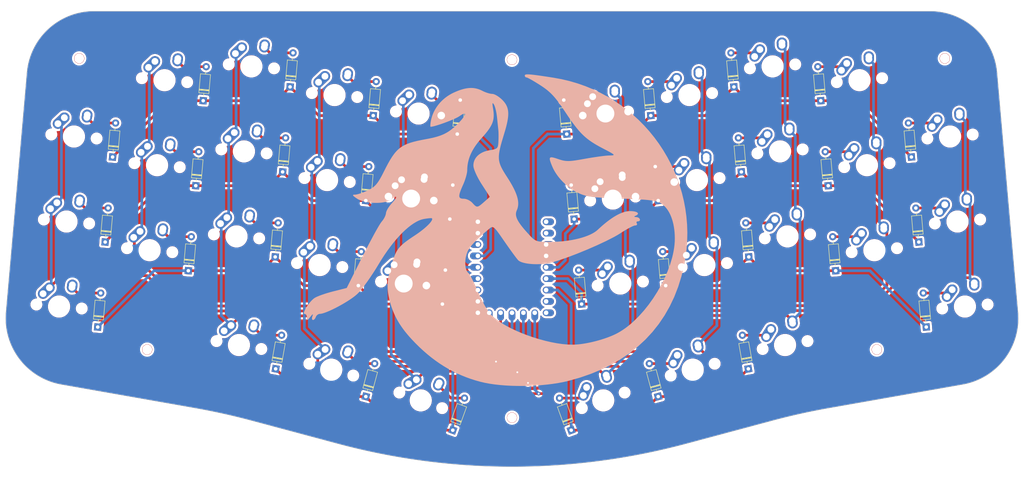
<source format=kicad_pcb>
(kicad_pcb (version 20221018) (generator pcbnew)
  (layers (0 "F.Cu" signal) (31 "B.Cu" signal) (34 "B.Paste" user) (35 "F.Paste" user) (36 "B.SilkS" user "B.Silkscreen") (37 "F.SilkS" user "F.Silkscreen") (38 "B.Mask" user) (39 "F.Mask" user) (44 "Edge.Cuts" user))
  (net 0 "")
  (net 1 "L1")
  (net 2 "Net-(D1-A)")
  (net 3 "Net-(D2-A)")
  (net 4 "Net-(D3-A)")
  (net 5 "Net-(D4-A)")
  (net 6 "Net-(D5-A)")
  (net 7 "L3")
  (net 8 "Net-(D6-A)")
  (net 9 "L7")
  (net 10 "Net-(D7-A)")
  (net 11 "L5")
  (net 12 "Net-(D8-A)")
  (net 13 "Net-(D9-A)")
  (net 14 "Net-(D10-A)")
  (net 15 "Net-(D11-A)")
  (net 16 "Net-(D12-A)")
  (net 17 "L2")
  (net 18 "Net-(D13-A)")
  (net 19 "Net-(D14-A)")
  (net 20 "Net-(D15-A)")
  (net 21 "Net-(D16-A)")
  (net 22 "Net-(D17-A)")
  (net 23 "L6")
  (net 24 "Net-(D20-A)")
  (net 25 "Net-(D21-A)")
  (net 26 "Net-(D22-A)")
  (net 27 "Net-(D23-A)")
  (net 28 "Net-(D24-A)")
  (net 29 "Net-(D25-A)")
  (net 30 "Net-(D26-A)")
  (net 31 "Net-(D27-A)")
  (net 32 "Net-(D28-A)")
  (net 33 "Net-(D31-A)")
  (net 34 "Net-(D32-A)")
  (net 35 "Net-(D33-A)")
  (net 36 "Net-(D34-A)")
  (net 37 "L4")
  (net 38 "L8")
  (net 39 "C1")
  (net 40 "C2")
  (net 41 "C3")
  (net 42 "C4")
  (net 43 "C5")
  (net 52 "GND")
  (net 54 "Net-(D18-A)")
  (net 55 "Net-(D19-A)")
  (net 56 "Net-(D29-A)")
  (net 57 "Net-(D30-A)")
  (net 58 "Net-(D35-A)")
  (net 59 "Net-(D36-A)")
  (footprint "_mx:MX-Alps-Hybrid-1U" (layer "F.Cu") (at 189.630896 186.038889 -20)
    (fp_text reference "MX33" hide)
    (fp_text value "MX" hide)
  )
  (footprint "Diode_THT:D_DO-35_SOD27_P7.62mm_Horizontal" (layer "F.Cu") (at 119.180273 150.692466 85)
    (fp_text reference "D11" hide)
    (fp_text value "1N4148" hide)
  )
  (footprint "_mx:MX-Alps-Hybrid-1U" (layer "F.Cu") (at 168.724348 136.860381 -5)
    (fp_text reference "MX14" hide)
    (fp_text value "MX" hide)
  )
  (footprint "Diode_THT:D_DO-35_SOD27_P7.62mm_Horizontal" (layer "F.Cu") (at 157.241211 179.003452 80)
    (fp_text reference "D31" hide)
    (fp_text value "1N4148" hide)
  )
  (footprint "_mx:MX-Alps-Hybrid-1U" (layer "F.Cu") (at 185.825699 159.965283 -5)
    (fp_text reference "MX25" hide)
    (fp_text value "MX" hide)
  )
  (footprint "_mx:MX-Alps-Hybrid-1U" (layer "F.Cu") (at 249.615335 117.882872 5)
    (fp_text reference "MX7" hide)
    (fp_text value "MX" hide)
  )
  (footprint "Diode_THT:D_DO-35_SOD27_P7.62mm_Horizontal" (layer "F.Cu") (at 261.204394 135.035591 95)
    (fp_text reference "D18" hide)
    (fp_text value "1N4148" hide)
  )
  (footprint "_mx:MX-Alps-Hybrid-1U" (layer "F.Cu") (at 232.513984 140.987774 5)
    (fp_text reference "MX16" hide)
    (fp_text value "MX" hide)
  )
  (footprint "Diode_THT:D_DO-35_SOD27_P7.62mm_Horizontal" (layer "F.Cu") (at 175.697721 160.417794 85)
    (fp_text reference "D24" hide)
    (fp_text value "1N4148" hide)
  )
  (footprint "_mx:MX-Alps-Hybrid-1U" (layer "F.Cu") (at 170.384665 117.882872 -5)
    (fp_text reference "MX4" hide)
    (fp_text value "MX" hide)
  )
  (footprint "Diode_THT:D_DO-35_SOD27_P7.62mm_Horizontal" (layer "F.Cu") (at 177.365608 185.188991 75)
    (fp_text reference "D32" hide)
    (fp_text value "1N4148" hide)
  )
  (footprint "_mx:MX-Alps-Hybrid-1U" (layer "F.Cu") (at 149.03954 173.688501 -10)
    (fp_text reference "MX31" hide)
    (fp_text value "MX" hide)
  )
  (footprint "MountingHole:MountingHole_2.2mm_M2" (layer "F.Cu") (at 291.444332 174.702299 5)
    (fp_text reference "H2" hide)
    (fp_text value "MountingHole" hide)
  )
  (footprint "_mx:MX-Alps-Hybrid-1U" (layer "F.Cu") (at 268.177765 111.478178 5)
    (fp_text reference "MX8" hide)
    (fp_text value "MX" hide)
  )
  (footprint "Diode_THT:D_DO-35_SOD27_P7.62mm_Horizontal" (layer "F.Cu") (at 280.596982 138.119651 95)
    (fp_text reference "D19" hide)
    (fp_text value "1N4148" hide)
  )
  (footprint "Diode_THT:D_DO-35_SOD27_P7.62mm_Horizontal" (layer "F.Cu") (at 194.459389 164.545187 85)
    (fp_text reference "D25" hide)
    (fp_text value "1N4148" hide)
  )
  (footprint "Diode_THT:D_DO-35_SOD27_P7.62mm_Horizontal" (layer "F.Cu") (at 196.785033 192.697299 70)
    (fp_text reference "D33" hide)
    (fp_text value "1N4148" hide)
  )
  (footprint "_mx:MX-Alps-Hybrid-1U" (layer "F.Cu") (at 108.886267 165.090071 -5)
    (fp_text reference "MX21" hide)
    (fp_text value "MX" hide)
  )
  (footprint "Diode_THT:D_DO-35_SOD27_P7.62mm_Horizontal" (layer "F.Cu") (at 120.84059 131.714957 85)
    (fp_text reference "D1" hide)
    (fp_text value "1N4148" hide)
  )
  (footprint "Diode_THT:D_DO-35_SOD27_P7.62mm_Horizontal" (layer "F.Cu") (at 278.936665 119.142142 95)
    (fp_text reference "D9" hide)
    (fp_text value "1N4148" hide)
  )
  (footprint "_mx:MX-Alps-Hybrid-1U" (layer "F.Cu") (at 230.853667 122.010265 5)
    (fp_text reference "MX6" hide)
    (fp_text value "MX" hide)
  )
  (footprint "Diode_THT:D_DO-35_SOD27_P7.62mm_Horizontal" (layer "F.Cu") (at 196.119706 145.567678 85)
    (fp_text reference "D15" hide)
    (fp_text value "1N4148" hide)
  )
  (footprint "Diode_THT:D_DO-35_SOD27_P7.62mm_Horizontal" (layer "F.Cu") (at 160.455925 116.058082 85)
    (fp_text reference "D3" hide)
    (fp_text value "1N4148" hide)
  )
  (footprint "Diode_THT:D_DO-35_SOD27_P7.62mm_Horizontal" (layer "F.Cu") (at 223.214968 192.697299 110)
    (fp_text reference "D34" hide)
    (fp_text value "1N4148" hide)
  )
  (footprint "_mx:MX-Alps-Hybrid-1U" (layer "F.Cu") (at 230.369105 186.038889 20)
    (fp_text reference "MX34" hide)
    (fp_text value "MX" hide)
  )
  (footprint "_mx:MX-Alps-Hybrid-1U" (layer "F.Cu") (at 307.7931 127.135053 5)
    (fp_text reference "MX10" hide)
    (fp_text value "MX" hide)
  )
  (footprint "Diode_THT:D_DO-35_SOD27_P7.62mm_Horizontal" (layer "F.Cu") (at 141.063337 119.142142 85)
    (fp_text reference "D2" hide)
    (fp_text value "1N4148" hide)
  )
  (footprint "Diode_THT:D_DO-35_SOD27_P7.62mm_Horizontal" (layer "F.Cu") (at 225.540613 164.545187 95)
    (fp_text reference "D26" hide)
    (fp_text value "1N4148" hide)
  )
  (footprint "_mcu:rp2040-zero-tht" (layer "F.Cu") (at 210 156.32557)
    (fp_text reference "U1" hide)
    (fp_text value "rp2040-zero" hide)
  )
  (footprint "_mx:MX-Alps-Hybrid-1U" (layer "F.Cu") (at 112.206901 127.135053 -5)
    (fp_text reference "MX1" hide)
    (fp_text value "MX" hide)
  )
  (footprint "_mx:MX-Alps-Hybrid-1U" (layer "F.Cu") (at 289.23067 133.539748 5)
    (fp_text reference "MX19" hide)
    (fp_text value "MX" hide)
  )
  (footprint "_mx:MX-Alps-Hybrid-1U" (layer "F.Cu") (at 270.96046 173.6885 10)
    (fp_text reference "MX36" hide)
    (fp_text value "MX" hide)
  )
  (footprint "Diode_THT:D_DO-35_SOD27_P7.62mm_Horizontal" (layer "F.Cu") (at 223.880296 145.567678 95)
    (fp_text reference "D16" hide)
    (fp_text value "1N4148" hide)
  )
  (footprint "Diode_THT:D_DO-35_SOD27_P7.62mm_Horizontal" (layer "F.Cu") (at 137.742703 157.09716 85)
    (fp_text reference "D22" hide)
    (fp_text value "1N4148" hide)
  )
  (footprint "Diode_THT:D_DO-35_SOD27_P7.62mm_Horizontal" (layer "F.Cu") (at 262.864711 154.0131 95)
    (fp_text reference "D28" hide)
    (fp_text value "1N4148" hide)
  )
  (footprint "Diode_THT:D_DO-35_SOD27_P7.62mm_Horizontal" (layer "F.Cu") (at 244.302281 160.417794 95)
    (fp_text reference "D27" hide)
    (fp_text value "1N4148" hide)
  )
  (footprint "Diode_THT:D_DO-35_SOD27_P7.62mm_Horizontal" (layer "F.Cu") (at 242.634393 185.188991 105)
    (fp_text reference "D35" hide)
    (fp_text value "1N4148" hide)
  )
  (footprint "_mx:MX-Alps-Hybrid-1U" (layer "F.Cu") (at 269.838082 130.455687 5)
    (fp_text reference "MX18" hide)
    (fp_text value "MX" hide)
  )
  (footprint "Diode_THT:D_DO-35_SOD27_P7.62mm_Horizontal" (layer "F.Cu") (at 299.159412 131.714957 95)
    (fp_text reference "D10" hide)
    (fp_text value "1N4148" hide)
  )
  (footprint "Diode_THT:D_DO-35_SOD27_P7.62mm_Horizontal" (layer "F.Cu") (at 177.358038 141.440285 85)
    (fp_text reference "D14" hide)
    (fp_text value "1N4148" hide)
  )
  (footprint "_mx:MX-Alps-Hybrid-1U" (layer "F.Cu") (at 234.174301 159.965283 5)
    (fp_text reference "MX26" hide)
    (fp_text value "MX" hide)
  )
  (footprint "Diode_THT:D_DO-35_SOD27_P7.62mm_Horizontal" (layer "F.Cu") (at 117.519956 169.669975 85)
    (fp_text reference "D21" hide)
    (fp_text value "1N4148" hide)
  )
  (footprint "_mx:MX-Alps-Hybrid-1U" (layer "F.Cu") (at 148.501602 149.433196 -5)
    (fp_text reference "MX23" hide)
    (fp_text value "MX" hide)
  )
  (footprint "_mx:MX-Alps-Hybrid-1U" (layer "F.Cu") (at 189.146333 122.010265 -5)
    (fp_text reference "MX5" hide)
    (fp_text value "MX" hide)
  )
  (footprint "_mx:MX-Alps-Hybrid-1U" (layer "F.Cu") (at 250.341625 179.179441 15)
    (fp_text reference "MX35" hide)
    (fp_text value "MX" hide)
  )
  (footprint "_mx:MX-Alps-Hybrid-1U" (layer "F.Cu") (at 290.890987 152.517257 5)
    (fp_text reference "MX29" hide)
    (fp_text value "MX" hide)
  )
  (footprint "_mx:MX-Alps-Hybrid-1U" (layer "F.Cu") (at 251.275652 136.860381 5)
    (fp_text reference "MX17" hide)
    (fp_text value "MX" hide)
  )
  (footprint "_mx:MX-Alps-Hybrid-1U" (layer "F.Cu") (at 271.498399 149.433196 5)
    (fp_text reference "MX28" hide)
    (fp_text value "MX" hide)
  )
  (footprint "_mx:MX-Alps-Hybrid-1U" (layer "F.Cu") (at 110.546584 146.112562 -5)
    (fp_text reference "MX11" hide)
    (fp_text value "MX" hide)
  )
  (footprint "MountingHole:MountingHole_2.2mm_M2" (layer "F.Cu") (at 210 189.890704 5)
    (fp_text reference "H5" hide)
    (fp_text value "MountingHole" hide)
  )
  (footprint "MountingHole:MountingHole_2.2mm_M2" (layer "F.Cu") (at 113.377802 109.69848 -5)
    (fp_text reference "H6" hide)
    (fp_text value "MountingHole" hide)
  )
  (footprint "_mx:MX-Alps-Hybrid-1U" (layer "F.Cu") (at 167.064032 155.83789 -5)
    (fp_text reference "MX24" hide)
    (fp_text value "MX" hide)
  )
  (footprint "Diode_THT:D_DO-35_SOD27_P7.62mm_Horizontal" (layer "F.Cu") (at 139.40302 138.119651 85)
    (fp_text reference "D12" hide)
    (fp_text value "1N4148" hide)
  )
  (footprint "_mx:MX-Alps-Hybrid-1U" (layer "F.Cu") (at 132.429647 114.562238 -5)
    (fp_text reference "MX2" hide)
    (fp_text value "MX" hide)
  )
  (footprint "_mx:MX-Alps-Hybrid-1U" (layer "F.Cu") (at 130.76933 133.539747 -5)
    (fp_text reference "MX12" hide)
    (fp_text value "MX" hide)
  )
  (footprint "_mx:MX-Alps-Hybrid-1U" (layer "F.Cu") (at 309.453417 146.112562 5)
    (fp_text reference "MX20" hide)
    (fp_text value "MX" hide)
  )
  (footprint "Diode_THT:D_DO-35_SOD27_P7.62mm_Horizontal" (layer "F.Cu") (at 197.780022 126.590169 85)
    (fp_text reference "D5" hide)
    (fp_text value "1N4148" hide)
  )
  (footprint "Diode_THT:D_DO-35_SOD27_P7.62mm_Horizontal" (layer "F.Cu") (at 242.641964 141.440285 95)
    (fp_text reference "D17" hide)
    (fp_text value "1N4148" hide)
  )
  (footprint "MountingHole:MountingHole_2.2mm_M2" (layer "F.Cu") (at 210 110 5)
    (fp_text reference "H3" hide)
    (fp_text value "MountingHole" hide)
  )
  (footprint "_mx:MX-Alps-Hybrid-1U" (layer "F.Cu") (at 287.570353 114.562239 5)
    (fp_text reference "MX9" hide)
    (fp_text value "MX" hide)
  )
  (footprint "Diode_THT:D_DO-35_SOD27_P7.62mm_Horizontal" (layer "F.Cu") (at 302.480045 169.669975 95)
    (fp_text reference "D30" hide)
    (fp_text value "1N4148" hide)
  )
  (footprint "_mx:MX-Alps-Hybrid-1U" (layer "F.Cu") (at 129.109014 152.517256 -5)
    (fp_text reference "MX22" hide)
    (fp_text value "MX" hide)
  )
  (footprint "_mx:MX-Alps-Hybrid-1U" (layer "F.Cu") (at 187.486016 140.987774 -5)
    (fp_text reference "MX15" hide)
    (fp_text value "MX" hide)
  )
  (footprint "Diode_THT:D_DO-35_SOD27_P7.62mm_Horizontal" (layer "F.Cu") (at 282.257299 157.09716 95)
    (fp_text reference "D29" hide)
    (fp_text value "1N4148" hide)
  )
  (footprint "Diode_THT:D_DO-35_SOD27_P7.62mm_Horizontal" (layer "F.Cu") (at 158.795608 135.035591 85)
    (fp_text reference "D13" hide)
    (fp_text value "1N4148" hide)
  )
  (footprint "Diode_THT:D_DO-35_SOD27_P7.62mm_Horizontal" (layer "F.Cu") (at 262.75879 179.003452 100)
    (fp_text reference "D36" hide)
    (fp_text value "1N4148" hide)
  )
  (footprint "Diode_THT:D_DO-35_SOD27_P7.62mm_Horizontal" (layer "F.Cu") (at 240.981647 122.462776 95)
    (fp_text reference "D7" hide)
    (fp_text value "1N4148" hide)
  )
  (footprint "Diode_THT:D_DO-35_SOD27_P7.62mm_Horizontal" (layer "F.Cu") (at 179.018355 122.462776 85)
    (fp_text reference "D4" hide)
    (fp_text value "1N4148" hide)
  )
  (footprint "_mx:MX-Alps-Hybrid-1U" (layer "F.Cu") (at 169.658376 179.179442 -15)
    (fp_text reference "MX32" hide)
    (fp_text value "MX" hide)
  )
  (footprint "Diode_THT:D_DO-35_SOD27_P7.62mm_Horizontal" (layer "F.Cu") (at 259.544077 116.058082 95)
    (fp_text reference "D8" hide)
    (fp_text value "1N4148" hide)
  )
  (footprint "_mx:MX-Alps-Hybrid-1U" (layer "F.Cu") (at 311.113734 165.090071 5)
    (fp_text reference "MX30" hide)
    (fp_text value "MX" hide)
  )
  (footprint "Diode_THT:D_DO-35_SOD27_P7.62mm_Horizontal" (layer "F.Cu") (at 300.819729 150.692466 95)
    (fp_text reference "D20" hide)
    (fp_text value "1N4148" hide)
  )
  (footprint "MountingHole:MountingHole_2.2mm_M2" (layer "F.Cu") (at 128.555668 174.702299 -5)
    (fp_text reference "H1" hide)
    (fp_text value "MountingHole" hide)
  )
  (footprint "Diode_THT:D_DO-35_SOD27_P7.62mm_Horizontal" (layer "F.Cu") (at 222.219979 126.590169 95)
    (fp_text reference "D6" hide)
    (fp_text value "1N4148" hide)
  )
  (footprint "_mx:MX-Alps-Hybrid-1U" (layer "F.Cu") (at 252.935969 155.83789 5)
    (fp_text reference "MX27" hide)
    (fp_text value "MX" hide)
  )
  (footprint "Diode_THT:D_DO-35_SOD27_P7.62mm_Horizontal" (layer "F.Cu") (at 157.135291 154.0131 85)
    (fp_text reference "D23" hide)
    (fp_text value "1N4148" hide)
  )
  (footprint "_mx:MX-Alps-Hybrid-1U" (layer "F.Cu") (at 151.822236 111.478178 -5)
    (fp_text reference "MX3" hide)
    (fp_text value "MX" hide)
  )
  (footprint "MountingHole:MountingHole_2.2mm_M2" (layer "F.Cu") (at 306.622198 109.69848 5)
    (fp_text reference "H4" hide)
    (fp_text value "MountingHole" hide)
  )
  (footprint "_mx:MX-Alps-Hybrid-1U" (layer "F.Cu") (at 150.161919 130.455687 -5)
    (fp_text reference "MX13" hide)
    (fp_text value "MX" hide)
  )
  (gr_circle (center 128.555668 174.702299) (end 129.655668 174.702299) (stroke (width 0.1)) (fill none) (layer "F.Cu"))
  (gr_circle (center 210 189.890704) (end 211.1 189.890704) (stroke (width 0.1)) (fill none) (layer "F.Cu"))
  (gr_circle (center 210 110) (end 211.1 110) (stroke (width 0.1)) (fill none) (layer "F.Cu"))
  (gr_circle (center 113.377802 109.69848) (end 114.477802 109.69848) (stroke (width 0.1)) (fill none) (layer "F.Cu"))
  (gr_circle (center 291.444332 174.702299) (end 292.544332 174.702299) (stroke (width 0.1)) (fill none) (layer "F.Cu"))
  (gr_circle (center 306.622198 109.69848) (end 307.722198 109.69848) (stroke (width 0.1)) (fill none) (layer "F.Cu"))
  (gr_poly (pts (xy 213.576749 113.260685) (xy 213.712491 113.264588) (xy 213.862762 113.272129) (xy 214.02818 113.283355) (xy 214.209361 113.298313) (xy 214.406923 113.317048) (xy 214.853661 113.366041) (xy 215.373332 113.430706) (xy 215.970875 113.511417) (xy 216.651229 113.608546) (xy 217.419332 113.722468) (xy 218.280125 113.853554) (xy 219.238546 114.002179) (xy 221.084084 114.339918) (xy 222.889242 114.768839) (xy 224.652033 115.286091) (xy 226.370473 115.888824) (xy 228.042575 116.574187) (xy 229.666355 117.339329) (xy 231.239826 118.1814) (xy 232.761003 119.097547) (xy 234.2279 120.084922) (xy 235.638532 121.140673) (xy 236.990912 122.261949) (xy 238.283057 123.445899) (xy 239.512979 124.689674) (xy 240.678693 125.990421) (xy 241.778214 127.34529) (xy 242.809557 128.751431) (xy 243.770734 130.205993) (xy 244.659762 131.706124) (xy 245.474654 133.248975) (xy 246.213424 134.831694) (xy 246.874088 136.45143) (xy 247.454659 138.105333) (xy 247.953151 139.790553) (xy 248.367581 141.504238) (xy 248.69596 143.243537) (xy 248.936305 145.0056) (xy 249.08663 146.787576) (xy 249.144948 148.586615) (xy 249.109274 150.399864) (xy 248.977623 152.224475) (xy 248.74801 154.057595) (xy 248.418447 155.896375) (xy 247.83036 158.345645) (xy 247.100512 160.688314) (xy 246.229982 162.923301) (xy 245.21985 165.049531) (xy 244.071193 167.065923) (xy 242.785092 168.971401) (xy 241.362625 170.764886) (xy 239.804872 172.445299) (xy 238.112912 174.011564) (xy 236.287823 175.4626) (xy 234.330685 176.797331) (xy 232.242577 178.014678) (xy 230.024578 179.113563) (xy 227.677767 180.092908) (xy 225.203223 180.951635) (xy 222.602026 181.688665) (xy 221.504925 181.941798) (xy 220.340823 182.163308) (xy 219.120279 182.353089) (xy 217.853855 182.511035) (xy 216.552113 182.637041) (xy 215.225612 182.731002) (xy 213.884914 182.792812) (xy 212.540579 182.822366) (xy 211.20317 182.819559) (xy 209.883247 182.784285) (xy 208.59137 182.716439) (xy 207.338101 182.615915) (xy 206.134001 182.482609) (xy 204.98963 182.316414) (xy 203.915551 182.117226) (xy 202.922323 181.884939) (xy 202.922321 181.884941) (xy 202.92232 181.884944) (xy 202.922318 181.884947) (xy 202.922316 181.88495) (xy 202.922314 181.884952) (xy 202.922312 181.884955) (xy 202.92231 181.884957) (xy 202.922308 181.88496) (xy 202.922306 181.884962) (xy 202.922303 181.884963) (xy 202.922301 181.884965) (xy 202.922299 181.884966) (xy 202.922297 181.884968) (xy 202.922296 181.884968) (xy 202.922295 181.884969) (xy 202.922294 181.884969) (xy 202.922293 181.884969) (xy 202.922292 181.884969) (xy 201.830644 181.578217) (xy 200.761343 181.235959) (xy 199.713379 180.857567) (xy 198.685744 180.442417) (xy 197.677429 179.989883) (xy 196.687425 179.499339) (xy 195.714724 178.97016) (xy 194.758317 178.40172) (xy 193.817194 177.793394) (xy 192.890347 177.144555) (xy 191.976768 176.454579) (xy 191.075447 175.72284) (xy 190.185375 174.948711) (xy 189.305545 174.131568) (xy 188.434946 173.270785) (xy 187.57257 172.365735) (xy 187.061812 171.800528) (xy 186.580935 171.240105) (xy 186.129089 170.682896) (xy 185.705424 170.12733) (xy 185.309089 169.571835) (xy 184.939232 169.01484) (xy 184.595004 168.454774) (xy 184.275552 167.890066) (xy 183.980028 167.319146) (xy 183.707579 166.740441) (xy 183.457355 166.152382) (xy 183.228506 165.553395) (xy 183.020179 164.941912) (xy 182.831526 164.31636) (xy 182.661694 163.675169) (xy 182.509834 163.016767) (xy 182.418991 162.560383) (xy 182.345371 162.115156) (xy 182.289348 161.677467) (xy 182.251293 161.243697) (xy 182.231579 160.81023) (xy 182.230577 160.373445) (xy 182.248661 159.929725) (xy 182.286202 159.475452) (xy 182.343572 159.007006) (xy 182.421145 158.520771) (xy 182.519291 158.013127) (xy 182.638384 157.480456) (xy 182.778796 156.919139) (xy 182.940898 156.325559) (xy 183.125064 155.696097) (xy 183.331665 155.027135) (xy 183.496478 154.520713) (xy 183.658818 154.059074) (xy 183.823428 153.63669) (xy 183.995048 153.248031) (xy 184.17842 152.887569) (xy 184.378287 152.549774) (xy 184.599388 152.229119) (xy 184.846468 151.920074) (xy 185.124266 151.61711) (xy 185.437525 151.314699) (xy 185.790986 151.007311) (xy 186.189391 150.689417) (xy 186.637482 150.35549) (xy 187.14 150) (xy 187.701687 149.617417) (xy 188.327285 149.202215) (xy 188.777689 148.898957) (xy 189.210289 148.593661) (xy 189.6228 148.288627) (xy 190.012934 147.986151) (xy 190.378406 147.688533) (xy 190.71693 147.39807) (xy 191.02622 147.117061) (xy 191.303988 146.847804) (xy 191.54795 146.592598) (xy 191.755818 146.35374) (xy 191.925307 146.133529) (xy 192.05413 145.934263) (xy 192.140001 145.75824) (xy 192.166116 145.679663) (xy 192.180635 145.607759) (xy 192.183273 145.542814) (xy 192.173744 145.485117) (xy 192.151762 145.434954) (xy 192.117042 145.392614) (xy 192.10736 145.386) (xy 192.093512 145.380236) (xy 192.053785 145.371216) (xy 191.998784 145.365473) (xy 191.929435 145.362925) (xy 191.84666 145.36349) (xy 191.751383 145.367089) (xy 191.64453 145.37364) (xy 191.527023 145.383061) (xy 191.399787 145.395271) (xy 191.263746 145.41019) (xy 190.968943 145.447828) (xy 190.650007 145.495324) (xy 190.314331 145.55203) (xy 190.0491 145.608854) (xy 189.777463 145.685542) (xy 189.49974 145.781774) (xy 189.216251 145.89723) (xy 188.927314 146.031592) (xy 188.633249 146.184538) (xy 188.031014 146.54491) (xy 187.412101 146.975787) (xy 186.779064 147.474614) (xy 186.13446 148.038834) (xy 185.480845 148.66589) (xy 184.820773 149.353225) (xy 184.1568 150.098282) (xy 183.491481 150.898505) (xy 182.827373 151.751337) (xy 182.16703 152.654221) (xy 181.513008 153.6046) (xy 180.867863 154.599917) (xy 180.23415 155.637616) (xy 179.613103 156.657044) (xy 178.960344 157.67712) (xy 178.295408 158.670583) (xy 177.637827 159.610169) (xy 177.007134 160.468616) (xy 176.422863 161.218661) (xy 175.904547 161.833043) (xy 175.676226 162.08084) (xy 175.471718 162.284498) (xy 175.101128 162.608825) (xy 174.660149 162.9536) (xy 174.159517 163.313115) (xy 173.609972 163.68166) (xy 173.02225 164.053527) (xy 172.407089 164.423008) (xy 171.775227 164.784393) (xy 171.137402 165.131975) (xy 170.50435 165.460043) (xy 169.886809 165.762891) (xy 169.295518 166.034809) (xy 168.741213 166.270088) (xy 168.234633 166.463021) (xy 167.786514 166.607898) (xy 167.407595 166.69901) (xy 167.108613 166.730649) (xy 167.075495 166.73155) (xy 167.042112 166.734221) (xy 167.008524 166.738619) (xy 166.974787 166.7447) (xy 166.94096 166.75242) (xy 166.9071 166.761734) (xy 166.839516 166.784971) (xy 166.772496 166.814056) (xy 166.706506 166.848637) (xy 166.642007 166.888361) (xy 166.579463 166.932876) (xy 166.519337 166.981828) (xy 166.462093 167.034864) (xy 166.408193 167.091632) (xy 166.358102 167.151778) (xy 166.312281 167.214949) (xy 166.271195 167.280793) (xy 166.235307 167.348957) (xy 166.219457 167.383799) (xy 166.205079 167.419088) (xy 166.1691 167.506983) (xy 166.131221 167.588586) (xy 166.091707 167.663934) (xy 166.050825 167.733068) (xy 166.008838 167.796026) (xy 165.966012 167.852848) (xy 165.922613 167.903572) (xy 165.878905 167.948238) (xy 165.835153 167.986885) (xy 165.791624 168.019552) (xy 165.748581 168.046278) (xy 165.706291 168.067102) (xy 165.665018 168.082063) (xy 165.625027 168.091201) (xy 165.586584 168.094554) (xy 165.549954 168.092161) (xy 165.515402 168.084063) (xy 165.483194 168.070297) (xy 165.453593 168.050903) (xy 165.426866 168.025921) (xy 165.403278 167.995388) (xy 165.383094 167.959345) (xy 165.366579 167.91783) (xy 165.353998 167.870882) (xy 165.345617 167.818541) (xy 165.3417 167.760846) (xy 165.342513 167.697836) (xy 165.34832 167.629549) (xy 165.359389 167.556026) (xy 165.375982 167.477305) (xy 165.398366 167.393425) (xy 165.426805 167.304426) (xy 165.465267 167.19002) (xy 165.496145 167.091483) (xy 165.519146 167.008886) (xy 165.533978 166.942304) (xy 165.538238 166.915041) (xy 165.540347 166.891808) (xy 165.540266 166.872617) (xy 165.537959 166.857474) (xy 165.533391 166.84639) (xy 165.526523 166.839373) (xy 165.51732 166.836434) (xy 165.505745 166.83758) (xy 165.491761 166.842821) (xy 165.475332 166.852167) (xy 165.456421 166.865626) (xy 165.434991 166.883208) (xy 165.384428 166.930776) (xy 165.323351 166.994945) (xy 165.251467 167.075787) (xy 165.168482 167.173376) (xy 165.074103 167.287785) (xy 164.968038 167.419088) (xy 164.851223 167.563714) (xy 164.747249 167.689475) (xy 164.655363 167.796486) (xy 164.574811 167.884862) (xy 164.504839 167.954718) (xy 164.473585 167.982737) (xy 164.444693 168.006169) (xy 164.41807 168.025028) (xy 164.39362 168.03933) (xy 164.37125 168.049088) (xy 164.350866 168.054317) (xy 164.332373 168.055031) (xy 164.315676 168.051244) (xy 164.300683 168.042972) (xy 164.287298 168.030228) (xy 164.275428 168.013027) (xy 164.264977 167.991382) (xy 164.255852 167.96531) (xy 164.247959 167.934823) (xy 164.241204 167.899937) (xy 164.235491 167.860665) (xy 164.226819 167.769023) (xy 164.221189 167.660013) (xy 164.217847 167.53375) (xy 164.213734 167.451932) (xy 164.204825 167.372407) (xy 164.191374 167.295589) (xy 164.173633 167.221888) (xy 164.151857 167.151717) (xy 164.126297 167.085487) (xy 164.097208 167.02361) (xy 164.064842 166.966498) (xy 164.029453 166.914562) (xy 163.991293 166.868216) (xy 163.950616 166.82787) (xy 163.929413 166.810075) (xy 163.907675 166.793936) (xy 163.885435 166.779502) (xy 163.862723 166.766825) (xy 163.839572 166.755958) (xy 163.816013 166.746951) (xy 163.792078 166.739856) (xy 163.767798 166.734725) (xy 163.743206 166.731608) (xy 163.718332 166.730558) (xy 163.659012 166.72266) (xy 163.613283 166.699537) (xy 163.580613 166.66205) (xy 163.560468 166.611055) (xy 163.552318 166.547411) (xy 163.555627 166.471978) (xy 163.569865 166.385612) (xy 163.594497 166.289174) (xy 163.628991 166.183521) (xy 163.672815 166.069511) (xy 163.786319 165.819858) (xy 163.930747 165.547082) (xy 164.101837 165.25805) (xy 164.295326 164.959631) (xy 164.506953 164.658693) (xy 164.732454 164.362103) (xy 164.967568 164.076729) (xy 165.208033 163.809439) (xy 165.449586 163.5671) (xy 165.569439 163.457434) (xy 165.687966 163.356582) (xy 165.804633 163.265401) (xy 165.918908 163.184751) (xy 166.03951 163.111116) (xy 166.18805 163.031642) (xy 166.362426 162.947077) (xy 166.560532 162.858169) (xy 167.019522 162.670318) (xy 167.548187 162.474078) (xy 168.129693 162.275436) (xy 168.747208 162.080378) (xy 169.383898 161.894892) (xy 170.022931 161.724965) (xy 173.099755 160.948476) (xy 176.569272 154.019277) (xy 177.985828 151.252093) (xy 179.278026 148.839979) (xy 179.832894 147.848092) (xy 180.303156 147.042195) (xy 180.670973 146.454695) (xy 180.918506 146.118001) (xy 181.008468 146.014243) (xy 181.096591 145.904111) (xy 181.18239 145.78857) (xy 181.265381 145.668587) (xy 181.345076 145.545128) (xy 181.420992 145.419157) (xy 181.492641 145.291642) (xy 181.55954 145.163549) (xy 181.621202 145.035842) (xy 181.677141 144.909489) (xy 181.726873 144.785455) (xy 181.769912 144.664706) (xy 181.805772 144.548208) (xy 181.833968 144.436926) (xy 181.854014 144.331828) (xy 181.865425 144.233878) (xy 181.879108 144.13383) (xy 181.905828 144.02258) (xy 181.944875 143.9013) (xy 181.995539 143.771164) (xy 182.057108 143.633345) (xy 182.128872 143.489016) (xy 182.210121 143.339349) (xy 182.300145 143.185519) (xy 182.398233 143.028699) (xy 182.503675 142.87006) (xy 182.61576 142.710777) (xy 182.733778 142.552022) (xy 182.857018 142.394968) (xy 182.98477 142.240789) (xy 183.116324 142.090658) (xy 183.250969 141.945747) (xy 183.489367 141.689158) (xy 183.689958 141.457416) (xy 183.853259 141.251327) (xy 183.979788 141.071694) (xy 184.029424 140.992051) (xy 184.070062 140.919324) (xy 184.101765 140.853614) (xy 184.124599 140.79502) (xy 184.138627 140.743645) (xy 184.143916 140.699588) (xy 184.140528 140.66295) (xy 184.12853 140.633832) (xy 184.107986 140.612334) (xy 184.07896 140.598558) (xy 184.041517 140.592602) (xy 183.995722 140.594569) (xy 183.941639 140.604558) (xy 183.879334 140.622671) (xy 183.808871 140.649008) (xy 183.730314 140.683669) (xy 183.643728 140.726755) (xy 183.549178 140.778367) (xy 183.336445 140.90757) (xy 183.092632 141.072084) (xy 182.818256 141.272712) (xy 182.683307 141.364901) (xy 182.531911 141.45031) (xy 182.365097 141.528972) (xy 182.183894 141.600921) (xy 181.782441 141.724819) (xy 181.335787 141.822275) (xy 180.852167 141.893564) (xy 180.339816 141.938956) (xy 179.806968 141.958726) (xy 179.26186 141.953145) (xy 178.712727 141.922487) (xy 178.167803 141.867025) (xy 177.635324 141.78703) (xy 177.123524 141.682777) (xy 176.64064 141.554537) (xy 176.194905 141.402583) (xy 175.794556 141.227188) (xy 175.613974 141.130785) (xy 175.447827 141.028625) (xy 175.251738 140.89735) (xy 175.07911 140.778558) (xy 174.929644 140.671689) (xy 174.803042 140.576186) (xy 174.699006 140.491493) (xy 174.617238 140.41705) (xy 174.584611 140.383498) (xy 174.55744 140.3523) (xy 174.548706 140.340691) (xy 198.236195 140.340691) (xy 198.236633 140.431094) (xy 198.244353 140.513868) (xy 198.259369 140.589291) (xy 198.281693 140.657641) (xy 198.311338 140.719196) (xy 198.348318 140.774231) (xy 198.392646 140.823026) (xy 198.444334 140.865856) (xy 198.503396 140.903001) (xy 198.569845 140.934736) (xy 198.643694 140.96134) (xy 198.813644 141.000264) (xy 199.01335 141.02199) (xy 199.242918 141.028739) (xy 199.356866 141.033502) (xy 199.476075 141.047475) (xy 199.599567 141.070188) (xy 199.726365 141.101171) (xy 199.85549 141.139953) (xy 199.985966 141.186063) (xy 200.116814 141.239031) (xy 200.247058 141.298385) (xy 200.375718 141.363656) (xy 200.501818 141.434372) (xy 200.62438 141.510063) (xy 200.742426 141.590259) (xy 200.854979 141.674488) (xy 200.96106 141.76228) (xy 201.059693 141.853164) (xy 201.1499 141.94667) (xy 201.332872 142.147272) (xy 201.496678 142.320684) (xy 201.572518 142.397097) (xy 201.644914 142.466599) (xy 201.714318 142.52915) (xy 201.781178 142.584712) (xy 201.845943 142.633247) (xy 201.909065 142.674718) (xy 201.970991 142.709085) (xy 202.032173 142.736311) (xy 202.093058 142.756358) (xy 202.154097 142.769186) (xy 202.21574 142.774759) (xy 202.278436 142.773038) (xy 202.342635 142.763985) (xy 202.408786 142.747561) (xy 202.477339 142.723729) (xy 202.548743 142.69245) (xy 202.623448 142.653686) (xy 202.701904 142.607399) (xy 202.78456 142.55355) (xy 202.871865 142.492102) (xy 202.964271 142.423017) (xy 203.062225 142.346256) (xy 203.276578 142.169553) (xy 203.518522 141.961689) (xy 203.791654 141.722358) (xy 203.791517 141.722373) (xy 205.056379 140.609153) (xy 203.217809 137.764549) (xy 203.024451 137.458895) (xy 202.837908 137.151184) (xy 202.488393 136.536636) (xy 202.175512 135.935007) (xy 201.905512 135.360398) (xy 201.788543 135.087632) (xy 201.684637 134.826908) (xy 201.594575 134.579991) (xy 201.519136 134.348641) (xy 201.459103 134.134621) (xy 201.415255 133.939695) (xy 201.388374 133.765625) (xy 201.37924 133.614173) (xy 201.383366 133.452076) (xy 201.395673 133.292546) (xy 201.416055 133.135684) (xy 201.444408 132.981587) (xy 201.480624 132.830355) (xy 201.524598 132.682087) (xy 201.576225 132.53688) (xy 201.635398 132.394835) (xy 201.702013 132.256049) (xy 201.775962 132.120622) (xy 201.85714 131.988652) (xy 201.945442 131.860238) (xy 202.040761 131.735479) (xy 202.142993 131.614474) (xy 202.25203 131.497322) (xy 202.367768 131.38412) (xy 202.4901 131.274969) (xy 202.618921 131.169967) (xy 202.754126 131.069213) (xy 202.895607 130.972805) (xy 203.04326 130.880842) (xy 203.196978 130.793424) (xy 203.356656 130.710648) (xy 203.522188 130.632615) (xy 203.693469 130.559421) (xy 203.870392 130.491167) (xy 204.052852 130.427952) (xy 204.240743 130.369873) (xy 204.433959 130.31703) (xy 204.632394 130.269521) (xy 204.835943 130.227445) (xy 205.0445 130.190902) (xy 205.351411 130.140379) (xy 205.62255 130.091355) (xy 205.860249 130.041457) (xy 206.066841 129.988314) (xy 206.159201 129.959784) (xy 206.244659 129.929553) (xy 206.323506 129.897324) (xy 206.396035 129.862801) (xy 206.462536 129.825687) (xy 206.523301 129.785685) (xy 206.578621 129.7425) (xy 206.62879 129.695835) (xy 206.674097 129.645392) (xy 206.714834 129.590876) (xy 206.751293 129.53199) (xy 206.783766 129.468437) (xy 206.812544 129.399921) (xy 206.837919 129.326145) (xy 206.860182 129.246812) (xy 206.879625 129.161627) (xy 206.911215 128.972512) (xy 206.935024 128.756427) (xy 206.953384 128.510999) (xy 206.968626 128.233857) (xy 206.982999 127.881167) (xy 206.992353 127.515922) (xy 206.996776 127.148706) (xy 206.996356 126.790103) (xy 206.991179 126.450695) (xy 206.981334 126.141066) (xy 206.966908 125.871799) (xy 206.947988 125.653477) (xy 206.8163 124.423895) (xy 206.643659 122.756657) (xy 206.593412 122.343321) (xy 206.527782 121.927142) (xy 206.449548 121.519414) (xy 206.361484 121.131434) (xy 206.266369 120.774495) (xy 206.166979 120.459893) (xy 206.116549 120.321998) (xy 206.066091 120.198923) (xy 206.015953 120.09208) (xy 205.966482 120.002881) (xy 205.903243 119.903518) (xy 205.874328 119.861125) (xy 205.847205 119.823648) (xy 205.821865 119.791131) (xy 205.7983 119.763617) (xy 205.7765 119.74115) (xy 205.756459 119.723772) (xy 205.738166 119.711527) (xy 205.721614 119.704458) (xy 205.713988 119.702878) (xy 205.706793 119.702609) (xy 205.70003 119.703655) (xy 205.693697 119.706022) (xy 205.687792 119.709716) (xy 205.682315 119.714741) (xy 205.672639 119.72881) (xy 205.664662 119.748271) (xy 205.658373 119.773167) (xy 205.653766 119.803543) (xy 205.650831 119.839441) (xy 205.649559 119.880905) (xy 205.649943 119.927978) (xy 205.651973 119.980702) (xy 205.655642 120.039122) (xy 205.667859 120.173222) (xy 205.686526 120.330622) (xy 205.711575 120.511669) (xy 205.742938 120.716708) (xy 205.780546 120.946088) (xy 205.849995 121.408122) (xy 205.8966 121.843347) (xy 205.918724 122.255956) (xy 205.914731 122.650138) (xy 205.882983 123.030085) (xy 205.856189 123.216031) (xy 205.821843 123.399989) (xy 205.77974 123.582484) (xy 205.729676 123.76404) (xy 205.671446 123.945181) (xy 205.604845 124.12643) (xy 205.529668 124.308312) (xy 205.445712 124.49135) (xy 205.250642 124.862991) (xy 205.017996 125.245544) (xy 204.74614 125.6432) (xy 204.433436 126.060151) (xy 204.078247 126.500587) (xy 203.678937 126.9687) (xy 203.233869 127.468682) (xy 202.836031 127.921603) (xy 202.465296 128.371974) (xy 202.121459 128.820255) (xy 201.804311 129.26691) (xy 201.513646 129.712399) (xy 201.249258 130.157185) (xy 201.010938 130.601728) (xy 200.79848 131.04649) (xy 200.611677 131.491934) (xy 200.450321 131.93852) (xy 200.314207 132.38671) (xy 200.203126 132.836967) (xy 200.116873 133.28975) (xy 200.055239 133.745524) (xy 200.018018 134.204748) (xy 200.005003 134.667884) (xy 200.000033 134.801729) (xy 199.98596 134.952188) (xy 199.963252 135.117613) (xy 199.932375 135.296357) (xy 199.893796 135.486773) (xy 199.847982 135.687214) (xy 199.7954 135.896032) (xy 199.736516 136.111581) (xy 199.60171 136.556283) (xy 199.4473 137.008142) (xy 199.36391 137.232637) (xy 199.277019 137.45398) (xy 199.187094 137.670525) (xy 199.094602 137.880622) (xy 198.887235 138.345065) (xy 198.708265 138.763459) (xy 198.557796 139.138024) (xy 198.435933 139.47098) (xy 198.342781 139.764545) (xy 198.278444 140.02094) (xy 198.243026 140.242383) (xy 198.236195 140.340691) (xy 174.548706 140.340691) (xy 174.535686 140.323386) (xy 174.519313 140.296686) (xy 174.508283 140.27213) (xy 174.50256 140.249649) (xy 174.502105 140.229173) (xy 174.506882 140.210633) (xy 174.516853 140.193958) (xy 174.531982 140.179079) (xy 174.55223 140.165927) (xy 174.57756 140.154431) (xy 174.607936 140.144521) (xy 174.64332 140.136129) (xy 174.728962 140.123617) (xy 174.834189 140.116337) (xy 174.958703 140.113731) (xy 175.059337 140.108479) (xy 175.177161 140.093688) (xy 175.310712 140.069847) (xy 175.458527 140.037446) (xy 175.619143 139.996973) (xy 175.791097 139.948918) (xy 175.972926 139.893771) (xy 176.163167 139.832021) (xy 176.563033 139.690668) (xy 176.97899 139.528775) (xy 177.399335 139.350256) (xy 177.607495 139.255986) (xy 177.812363 139.159026) (xy 178.111059 139.009537) (xy 178.386889 138.860032) (xy 178.642665 138.707205) (xy 178.881199 138.547749) (xy 179.105301 138.378358) (xy 179.21282 138.288903) (xy 179.317784 138.195725) (xy 179.420547 138.098409) (xy 179.521459 137.996543) (xy 179.620872 137.889713) (xy 179.719137 137.777506) (xy 179.91363 137.535307) (xy 180.10775 137.26664) (xy 180.304306 136.968198) (xy 180.506113 136.636674) (xy 180.715979 136.268761) (xy 180.936718 135.861154) (xy 181.17114 135.410545) (xy 181.422058 134.913627) (xy 181.907019 133.958768) (xy 182.362537 133.104235) (xy 182.797822 132.342969) (xy 183.222088 131.667909) (xy 183.644547 131.071997) (xy 183.857976 130.801514) (xy 184.074409 130.548172) (xy 184.294995 130.311086) (xy 184.520887 130.089375) (xy 184.753236 129.882156) (xy 184.993194 129.688546) (xy 185.241911 129.507664) (xy 185.50054 129.338627) (xy 185.770233 129.180552) (xy 186.052139 129.032557) (xy 186.347412 128.89376) (xy 186.657202 128.763277) (xy 187.324942 128.523728) (xy 188.064569 128.306849) (xy 188.885296 128.105581) (xy 189.796336 127.912866) (xy 190.8069 127.721642) (xy 191.451441 127.599429) (xy 192.050042 127.474033) (xy 192.606851 127.343436) (xy 193.126016 127.205615) (xy 193.611685 127.058553) (xy 194.068007 126.900228) (xy 194.499129 126.72862) (xy 194.909201 126.541711) (xy 195.302371 126.337479) (xy 195.682786 126.113904) (xy 196.054595 125.868967) (xy 196.421946 125.600648) (xy 196.788988 125.306926) (xy 197.159868 124.985782) (xy 197.538736 124.635196) (xy 197.929739 124.253147) (xy 198.269625 123.904157) (xy 198.569107 123.578415) (xy 198.827759 123.277938) (xy 199.045156 123.00474) (xy 199.220872 122.760836) (xy 199.354484 122.548241) (xy 199.445564 122.368971) (xy 199.475022 122.292462) (xy 199.493688 122.225039) (xy 199.501509 122.166956) (xy 199.498431 122.118462) (xy 199.484402 122.079811) (xy 199.459368 122.051254) (xy 199.423275 122.033043) (xy 199.376072 122.02543) (xy 199.317704 122.028666) (xy 199.248119 122.043005) (xy 199.167264 122.068696) (xy 199.075084 122.105993) (xy 198.856542 122.216411) (xy 198.592066 122.376273) (xy 198.281233 122.587593) (xy 198.053502 122.732067) (xy 197.753944 122.894935) (xy 197.392938 123.072372) (xy 196.98086 123.260555) (xy 196.045001 123.65386) (xy 195.029389 124.044258) (xy 194.017045 124.401155) (xy 193.09099 124.693958) (xy 192.686265 124.806765) (xy 192.334246 124.892075) (xy 192.045309 124.946066) (xy 191.829834 124.964913) (xy 191.819794 124.962972) (xy 191.81065 124.957213) (xy 191.802396 124.947732) (xy 191.795025 124.934622) (xy 191.788532 124.91798) (xy 191.782911 124.8979) (xy 191.778155 124.874477) (xy 191.774259 124.847808) (xy 191.769023 124.785106) (xy 191.767154 124.710557) (xy 191.768604 124.62492) (xy 191.773327 124.528957) (xy 191.781273 124.423428) (xy 191.792395 124.309094) (xy 191.806646 124.186717) (xy 191.823978 124.057057) (xy 191.844343 123.920875) (xy 191.867692 123.778931) (xy 191.893979 123.631988) (xy 191.923156 123.480805) (xy 192.036138 122.999917) (xy 192.180785 122.526084) (xy 192.35603 122.060606) (xy 192.560809 121.604784) (xy 192.794057 121.159919) (xy 193.054707 120.727312) (xy 193.341694 120.308265) (xy 193.653953 119.904079) (xy 193.990418 119.516055) (xy 194.350023 119.145493) (xy 194.731703 118.793696) (xy 195.134393 118.461964) (xy 195.557026 118.151598) (xy 195.998538 117.8639) (xy 196.457863 117.60017) (xy 196.933935 117.36171) (xy 197.437559 117.13595) (xy 197.921499 116.937157) (xy 198.387098 116.765242) (xy 198.835701 116.620116) (xy 199.268651 116.501691) (xy 199.687292 116.409878) (xy 200.092968 116.344588) (xy 200.487022 116.305733) (xy 200.870799 116.293224) (xy 201.245641 116.306973) (xy 201.612894 116.34689) (xy 201.9739 116.412887) (xy 202.330004 116.504876) (xy 202.682549 116.622767) (xy 203.032878 116.766472) (xy 203.382337 116.935903) (xy 203.520928 117.005744) (xy 203.664802 117.073626) (xy 203.812824 117.139199) (xy 203.963856 117.202111) (xy 204.270413 117.318543) (xy 204.575387 117.420112) (xy 204.72444 117.464444) (xy 204.869691 117.504006) (xy 205.010003 117.538445) (xy 205.144241 117.567411) (xy 205.271268 117.590552) (xy 205.389949 117.607517) (xy 205.499148 117.617953) (xy 205.59773 117.62151) (xy 205.645657 117.623265) (xy 205.696449 117.628471) (xy 205.806057 117.648892) (xy 205.925404 117.682088) (xy 206.053339 117.72737) (xy 206.188715 117.78405) (xy 206.330381 117.851441) (xy 206.477187 117.928854) (xy 206.627984 118.015601) (xy 206.781622 118.110996) (xy 206.936952 118.21435) (xy 207.092824 118.324975) (xy 207.248088 118.442184) (xy 207.401595 118.565289) (xy 207.552196 118.693601) (xy 207.69874 118.826433) (xy 207.840078 118.963097) (xy 207.988221 119.115857) (xy 208.12743 119.269202) (xy 208.257731 119.423588) (xy 208.379151 119.579472) (xy 208.491719 119.737312) (xy 208.595461 119.897564) (xy 208.690404 120.060686) (xy 208.776576 120.227135) (xy 208.854004 120.397367) (xy 208.922716 120.57184) (xy 208.982738 120.751011) (xy 209.034098 120.935336) (xy 209.076823 121.125274) (xy 209.11094 121.32128) (xy 209.136477 121.523812) (xy 209.153461 121.733327) (xy 209.161919 121.950283) (xy 209.161879 122.175135) (xy 209.153367 122.408341) (xy 209.136412 122.650359) (xy 209.111039 122.901645) (xy 209.077278 123.162656) (xy 208.984695 123.715682) (xy 208.858881 124.313093) (xy 208.700055 124.958546) (xy 208.508435 125.655698) (xy 208.284238 126.408203) (xy 207.715827 128.305776) (xy 207.495999 129.104667) (xy 207.320131 129.819597) (xy 207.189001 130.462544) (xy 207.10339 131.045484) (xy 207.064076 131.580395) (xy 207.07184 132.079254) (xy 207.09362 132.318907) (xy 207.127461 132.554038) (xy 207.23172 133.016724) (xy 207.385395 133.479291) (xy 207.589267 133.953714) (xy 207.844116 134.451971) (xy 208.15072 134.986039) (xy 208.50986 135.567896) (xy 208.922315 136.209518) (xy 209.336867 136.860815) (xy 209.711988 137.479989) (xy 210.048117 138.068552) (xy 210.345692 138.628018) (xy 210.605151 139.159903) (xy 210.826934 139.66572) (xy 211.011478 140.146982) (xy 211.159221 140.605205) (xy 211.270603 141.041901) (xy 211.346062 141.458586) (xy 211.386037 141.856773) (xy 211.390965 142.237976) (xy 211.361285 142.603709) (xy 211.297435 142.955486) (xy 211.199855 143.294822) (xy 211.068983 143.623229) (xy 211.018543 143.742399) (xy 210.975682 143.862261) (xy 210.940546 143.983099) (xy 210.91328 144.105192) (xy 210.894029 144.228823) (xy 210.882937 144.354271) (xy 210.880151 144.481819) (xy 210.885815 144.611747) (xy 210.900074 144.744338) (xy 210.923074 144.87987) (xy 210.95496 145.018627) (xy 210.995876 145.16089) (xy 211.045968 145.306938) (xy 211.105381 145.457054) (xy 211.17426 145.611519) (xy 211.252751 145.770614) (xy 211.340998 145.93462) (xy 211.439147 146.103818) (xy 211.547342 146.278489) (xy 211.665729 146.458915) (xy 211.933659 146.838156) (xy 212.244098 147.243788) (xy 212.598207 147.678063) (xy 212.997147 148.143228) (xy 213.442079 148.641534) (xy 213.934164 149.175229) (xy 214.16997 149.424649) (xy 214.386348 149.644663) (xy 214.588994 149.837098) (xy 214.686947 149.923545) (xy 214.783604 150.003782) (xy 214.879676 150.078037) (xy 214.975875 150.146539) (xy 215.072913 150.209516) (xy 215.171503 150.267196) (xy 215.272357 150.319808) (xy 215.376186 150.36758) (xy 215.483702 150.41074) (xy 215.595619 150.449517) (xy 215.712647 150.484138) (xy 215.835499 150.514833) (xy 215.964887 150.541828) (xy 216.101523 150.565354) (xy 216.246119 150.585637) (xy 216.399388 150.602907) (xy 216.56204 150.617391) (xy 216.734789 150.629318) (xy 217.113424 150.646414) (xy 217.540989 150.65602) (xy 218.02318 150.659963) (xy 218.565695 150.66007) (xy 219.419215 150.645434) (xy 220.26333 150.606019) (xy 221.094563 150.542713) (xy 221.909437 150.456402) (xy 222.704476 150.347974) (xy 223.476203 150.218315) (xy 224.221143 150.068313) (xy 224.935818 149.898855) (xy 225.616753 149.710827) (xy 226.260472 149.505116) (xy 226.863496 149.28261) (xy 227.422352 149.044196) (xy 227.933561 148.79076) (xy 228.393649 148.523189) (xy 228.799137 148.242372) (xy 229.146551 147.949193) (xy 229.687247 147.449839) (xy 230.216827 146.981692) (xy 230.735049 146.544893) (xy 231.241675 146.139581) (xy 231.736464 145.765894) (xy 232.219177 145.423971) (xy 232.689574 145.113952) (xy 233.147415 144.835977) (xy 233.59246 144.590183) (xy 234.02447 144.37671) (xy 234.443204 144.195698) (xy 234.848423 144.047285) (xy 235.239887 143.93161) (xy 235.617356 143.848814) (xy 235.980591 143.799033) (xy 236.329351 143.782409) (xy 236.637015 143.789235) (xy 236.919071 143.80901) (xy 237.174347 143.840681) (xy 237.401671 143.883193) (xy 237.599871 143.935493) (xy 237.767774 143.996526) (xy 237.839998 144.029988) (xy 237.904209 144.065238) (xy 237.960259 144.102145) (xy 238.008003 144.140577) (xy 238.047293 144.180401) (xy 238.077984 144.221487) (xy 238.099929 144.263702) (xy 238.112981 144.306914) (xy 238.116993 144.350993) (xy 238.11182 144.395806) (xy 238.097314 144.441221) (xy 238.07333 144.487107) (xy 238.03972 144.533332) (xy 237.996338 144.579764) (xy 237.943038 144.626272) (xy 237.879673 144.672723) (xy 237.806097 144.718986) (xy 237.722163 144.76493) (xy 237.627724 144.810422) (xy 237.522634 144.855331) (xy 237.491775 144.868201) (xy 237.463457 144.880883) (xy 237.437672 144.893366) (xy 237.414409 144.90564) (xy 237.393662 144.917695) (xy 237.37542 144.929521) (xy 237.359675 144.941107) (xy 237.346419 144.952444) (xy 237.335643 144.963521) (xy 237.327338 144.974327) (xy 237.321495 144.984853) (xy 237.318106 144.995089) (xy 237.317161 145.005024) (xy 237.318652 145.014647) (xy 237.322571 145.02395) (xy 237.328909 145.032921) (xy 237.337656 145.041551) (xy 237.348804 145.049829) (xy 237.362345 145.057744) (xy 237.37827 145.065288) (xy 237.396569 145.072449) (xy 237.417235 145.079218) (xy 237.440258 145.085583) (xy 237.46563 145.091536) (xy 237.493342 145.097065) (xy 237.523385 145.102161) (xy 237.55575 145.106813) (xy 237.59043 145.111011) (xy 237.666695 145.118006) (xy 237.752111 145.123061) (xy 237.829946 145.129156) (xy 237.90449 145.140066) (xy 237.975634 145.155463) (xy 238.04327 145.175018) (xy 238.107287 145.198402) (xy 238.167577 145.225288) (xy 238.224031 145.255347) (xy 238.276539 145.28825) (xy 238.324993 145.323669) (xy 238.369283 145.361275) (xy 238.4093 145.400741) (xy 238.444934 145.441737) (xy 238.476078 145.483935) (xy 238.50262 145.527006) (xy 238.524453 145.570623) (xy 238.541467 145.614457) (xy 238.553553 145.658178) (xy 238.560602 145.701459) (xy 238.562505 145.743972) (xy 238.559152 145.785387) (xy 238.550434 145.825377) (xy 238.536243 145.863613) (xy 238.516468 145.899766) (xy 238.491002 145.933508) (xy 238.459734 145.96451) (xy 238.422555 145.992444) (xy 238.379357 146.016983) (xy 238.33003 146.037796) (xy 238.274465 146.054555) (xy 238.212553 146.066933) (xy 238.144184 146.074601) (xy 238.06925 146.07723) (xy 238.044706 146.07783) (xy 238.021208 146.079611) (xy 237.998768 146.082543) (xy 237.9774 146.086597) (xy 237.957117 146.091744) (xy 237.937932 146.097953) (xy 237.919857 146.105196) (xy 237.902906 146.113444) (xy 237.887091 146.122666) (xy 237.872426 146.132834) (xy 237.858923 146.143918) (xy 237.846596 146.155888) (xy 237.835456 146.168715) (xy 237.825519 146.182371) (xy 237.816795 146.196824) (xy 237.809299 146.212047) (xy 237.803043 146.228009) (xy 237.79804 146.244681) (xy 237.794304 146.262034) (xy 237.791846 146.280038) (xy 237.79068 146.298664) (xy 237.79082 146.317883) (xy 237.792277 146.337665) (xy 237.795066 146.35798) (xy 237.799198 146.378799) (xy 237.804687 146.400094) (xy 237.811546 146.421833) (xy 237.819788 146.443989) (xy 237.829425 146.466531) (xy 237.840472 146.489431) (xy 237.852939 146.512658) (xy 237.866842 146.536184) (xy 237.880506 146.559709) (xy 237.892277 146.582937) (xy 237.902178 146.605836) (xy 237.910234 146.628379) (xy 237.916471 146.650534) (xy 237.920912 146.672274) (xy 237.923583 146.693569) (xy 237.924507 146.714389) (xy 237.923711 146.734704) (xy 237.921219 146.754486) (xy 237.917055 146.773705) (xy 237.911245 146.792331) (xy 237.903812 146.810336) (xy 237.894782 146.827689) (xy 237.884179 146.844362) (xy 237.872028 146.860324) (xy 237.858354 146.875547) (xy 237.843182 146.890001) (xy 237.826536 146.903657) (xy 237.808441 146.916485) (xy 237.788921 146.928455) (xy 237.768002 146.939539) (xy 237.745709 146.949707) (xy 237.722065 146.95893) (xy 237.697096 146.967178) (xy 237.670826 146.974421) (xy 237.64328 146.980631) (xy 237.614484 146.985778) (xy 237.58446 146.989832) (xy 237.553236 146.992764) (xy 237.520834 146.994545) (xy 237.48728 146.995145) (xy 237.449762 146.997468) (xy 237.405753 147.004359) (xy 237.299115 147.031394) (xy 237.169087 147.075339) (xy 237.017388 147.135284) (xy 236.845738 147.210318) (xy 236.655857 147.299531) (xy 236.449465 147.402011) (xy 236.228281 147.516849) (xy 235.994025 147.643134) (xy 235.748418 147.779954) (xy 235.230027 148.081562) (xy 234.686867 148.414388) (xy 234.132696 148.771146) (xy 233.537551 149.139874) (xy 232.817025 149.545915) (xy 231.065039 150.442394) (xy 229.007156 151.405496) (xy 226.773794 152.380133) (xy 224.495371 153.311219) (xy 222.302304 154.143665) (xy 220.325013 154.822387) (xy 219.458038 155.086885) (xy 218.693914 155.292295) (xy 218.190475 155.401892) (xy 217.664914 155.490305) (xy 217.123296 155.557979) (xy 216.571689 155.605361) (xy 216.016159 155.632899) (xy 215.462773 155.641038) (xy 214.917598 155.630226) (xy 214.386699 155.60091) (xy 213.876145 155.553535) (xy 213.392001 155.48855) (xy 212.940334 155.4064) (xy 212.527211 155.307532) (xy 212.158698 155.192393) (xy 211.840863 155.061431) (xy 211.579771 154.915091) (xy 211.4724 154.836294) (xy 211.38149 154.75382) (xy 211.30452 154.669628) (xy 211.204702 154.551467) (xy 210.942849 154.221881) (xy 210.608594 153.782343) (xy 210.214599 153.250137) (xy 209.773525 152.642545) (xy 209.298034 151.976849) (xy 208.800787 151.270334) (xy 208.294447 150.540281) (xy 207.492534 149.381072) (xy 207.162651 148.913665) (xy 206.873789 148.515915) (xy 206.621179 148.183965) (xy 206.40005 147.913957) (xy 206.205631 147.702037) (xy 206.033152 147.544346) (xy 205.95365 147.484632) (xy 205.877843 147.437029) (xy 205.805137 147.401055) (xy 205.734934 147.376228) (xy 205.666638 147.362066) (xy 205.599654 147.358087) (xy 205.533384 147.363809) (xy 205.467232 147.378749) (xy 205.400602 147.402426) (xy 205.332899 147.434358) (xy 205.191883 147.521057) (xy 205.039416 147.634989) (xy 204.870725 147.772298) (xy 203.95822 148.5424) (xy 203.141897 149.262084) (xy 202.420489 149.932656) (xy 201.792724 150.555427) (xy 201.513562 150.849295) (xy 201.257334 151.131704) (xy 201.023883 151.402816) (xy 200.813049 151.662795) (xy 200.624675 151.911805) (xy 200.4586 152.15001) (xy 200.314667 152.377572) (xy 200.192716 152.594655) (xy 200.044557 152.907749) (xy 199.916429 153.240302) (xy 199.808314 153.588024) (xy 199.720191 153.946627) (xy 199.652042 154.311821) (xy 199.603847 154.679319) (xy 199.575587 155.04483) (xy 199.567241 155.404066) (xy 199.578792 155.752739) (xy 199.610218 156.086559) (xy 199.661502 156.401237) (xy 199.732623 156.692484) (xy 199.823562 156.956012) (xy 199.9343 157.187531) (xy 199.997087 157.289947) (xy 200.064817 157.382753) (xy 200.137486 157.465412) (xy 200.215093 157.537389) (xy 200.291296 157.613205) (xy 200.38063 157.724238) (xy 200.481982 157.868321) (xy 200.594239 158.043288) (xy 200.716287 158.246972) (xy 200.847014 158.477207) (xy 200.985306 158.731827) (xy 201.130048 159.008664) (xy 201.434434 159.620324) (xy 201.751265 160.294856) (xy 202.071634 161.014926) (xy 202.386633 161.763204) (xy 202.727393 162.552784) (xy 203.10178 163.341974) (xy 203.499298 164.112731) (xy 203.909452 164.847009) (xy 204.321746 165.526765) (xy 204.725684 166.133954) (xy 204.92124 166.404697) (xy 205.110771 166.650531) (xy 205.292966 166.869202) (xy 205.466512 167.058454) (xy 206.12113 167.661889) (xy 206.904978 168.263482) (xy 207.803873 168.858084) (xy 208.803631 169.440543) (xy 209.890066 170.00571) (xy 211.048995 170.548434) (xy 212.266234 171.063565) (xy 213.527597 171.545952) (xy 214.818901 171.990445) (xy 216.125961 172.391894) (xy 217.434593 172.745148) (xy 218.730613 173.045057) (xy 219.999836 173.286471) (xy 221.228078 173.464239) (xy 222.401154 173.573211) (xy 223.504881 173.608236) (xy 224.063865 173.592539) (xy 224.658835 173.55032) (xy 225.284149 173.483038) (xy 225.934164 173.392153) (xy 226.603239 173.279123) (xy 227.285732 173.145408) (xy 227.976002 172.992467) (xy 228.668405 172.821759) (xy 229.357301 172.634742) (xy 230.037048 172.432877) (xy 230.702003 172.217623) (xy 231.346525 171.990438) (xy 231.964971 171.752781) (xy 232.551701 171.506112) (xy 233.101072 171.251891) (xy 233.607443 170.991575) (xy 234.218716 170.638761) (xy 234.827145 170.24807) (xy 235.431636 169.821309) (xy 236.031101 169.360286) (xy 236.624449 168.866807) (xy 237.210588 168.34268) (xy 238.356881 167.209711) (xy 239.461255 165.975837) (xy 240.514987 164.655515) (xy 241.509351 163.263205) (xy 242.435623 161.813363) (xy 243.285079 160.320449) (xy 244.048994 158.798921) (xy 244.718645 157.263236) (xy 245.285306 155.727853) (xy 245.740254 154.207229) (xy 245.923109 153.456971) (xy 246.074763 152.715824) (xy 246.194127 151.985596) (xy 246.28011 151.268094) (xy 246.331621 150.565126) (xy 246.34757 149.878499) (xy 246.332466 149.19981) (xy 246.291997 148.541252) (xy 246.226623 147.904006) (xy 246.136803 147.289256) (xy 246.022995 146.698182) (xy 245.88566 146.131968) (xy 245.725255 145.591794) (xy 245.54224 145.078843) (xy 245.337074 144.594296) (xy 245.110216 144.139336) (xy 244.862126 143.715146) (xy 244.593262 143.322905) (xy 244.304083 142.963798) (xy 243.995049 142.639005) (xy 243.666618 142.349709) (xy 243.31925 142.097091) (xy 243.114178 141.97272) (xy 242.891737 141.859371) (xy 242.645661 141.756267) (xy 242.369688 141.662627) (xy 242.057552 141.577673) (xy 241.702989 141.500625) (xy 241.299735 141.430706) (xy 240.841526 141.367135) (xy 240.322097 141.309135) (xy 239.735184 141.255925) (xy 239.074523 141.206727) (xy 238.333849 141.160762) (xy 237.506899 141.117251) (xy 236.587408 141.075415) (xy 234.445745 140.993652) (xy 232.200207 140.908499) (xy 230.389171 140.819903) (xy 228.941737 140.718353) (xy 227.787004 140.594341) (xy 227.297244 140.520939) (xy 226.85407 140.438356) (xy 226.448621 140.345403) (xy 226.072034 140.240891) (xy 225.715447 140.123631) (xy 225.369996 139.992435) (xy 224.677053 139.683479) (xy 224.22625 139.452113) (xy 223.779669 139.194233) (xy 223.339133 138.911711) (xy 222.906466 138.606419) (xy 222.483491 138.280227) (xy 222.072032 137.935009) (xy 221.673912 137.572635) (xy 221.290953 137.194977) (xy 220.924981 136.803907) (xy 220.577817 136.401297) (xy 220.251286 135.989019) (xy 219.94721 135.568943) (xy 219.667414 135.142942) (xy 219.41372 134.712888) (xy 219.187952 134.280652) (xy 218.991933 133.848106) (xy 218.828463 133.450515) (xy 218.691395 133.100077) (xy 218.5821 132.79505) (xy 218.501947 132.533693) (xy 218.473226 132.418847) (xy 218.452305 132.314265) (xy 218.439353 132.21973) (xy 218.434542 132.135024) (xy 218.438043 132.05993) (xy 218.450028 131.99423) (xy 218.470667 131.937706) (xy 218.500132 131.89014) (xy 218.538594 131.851315) (xy 218.586223 131.821014) (xy 218.643192 131.799018) (xy 218.709671 131.78511) (xy 218.785831 131.779072) (xy 218.871844 131.780686) (xy 218.96788 131.789736) (xy 219.074111 131.806003) (xy 219.317842 131.859317) (xy 219.604405 131.938889) (xy 219.93517 132.042976) (xy 220.311506 132.169837) (xy 220.62407 132.274394) (xy 220.91769 132.364803) (xy 221.198061 132.441014) (xy 221.47088 132.502975) (xy 221.741843 132.550634) (xy 222.016647 132.58394) (xy 222.300987 132.602841) (xy 222.60056 132.607286) (xy 222.921062 132.597223) (xy 223.268189 132.572601) (xy 223.647638 132.533369) (xy 224.065104 132.479474) (xy 224.526284 132.410865) (xy 225.036875 132.327491) (xy 226.22907 132.116241) (xy 227.057387 131.969997) (xy 227.890919 131.832673) (xy 229.483274 131.597061) (xy 230.196916 131.504913) (xy 230.825415 131.433961) (xy 231.346181 131.387276) (xy 231.736623 131.367927) (xy 231.994867 131.362998) (xy 232.215257 131.355004) (xy 232.395952 131.341937) (xy 232.470838 131.332874) (xy 232.535108 131.321789) (xy 232.588532 131.308432) (xy 232.630881 131.292552) (xy 232.661923 131.273897) (xy 232.681428 131.252218) (xy 232.686782 131.240165) (xy 232.689166 131.227261) (xy 232.684906 131.198778) (xy 232.668417 131.166516) (xy 232.639471 131.130226) (xy 232.597835 131.089654) (xy 232.54328 131.044552) (xy 232.475575 130.994667) (xy 232.39449 130.939749) (xy 232.191257 130.813809) (xy 231.931738 130.664725) (xy 231.61409 130.490487) (xy 231.236469 130.289088) (xy 230.293935 129.796775) (xy 229.591693 129.42458) (xy 228.942577 129.062689) (xy 228.340142 128.704844) (xy 227.777943 128.344789) (xy 227.249533 127.976265) (xy 226.748468 127.593015) (xy 226.268301 127.188783) (xy 225.802588 126.757311) (xy 225.344883 126.292341) (xy 224.888739 125.787617) (xy 224.427713 125.236881) (xy 223.955357 124.633876) (xy 223.465227 123.972345) (xy 222.950878 123.24603) (xy 222.405862 122.448675) (xy 221.823736 121.574021) (xy 221.069891 120.454078) (xy 220.721234 119.957667) (xy 220.387267 119.499166) (xy 220.064877 119.075228) (xy 219.750949 118.682506) (xy 219.442369 118.317652) (xy 219.136023 117.977319) (xy 218.828797 117.658159) (xy 218.517576 117.356827) (xy 218.199246 117.069973) (xy 217.870693 116.794251) (xy 217.528803 116.526313) (xy 217.170461 116.262813) (xy 216.792553 116.000402) (xy 216.391966 115.735734) (xy 215.82902 115.377001) (xy 215.28854 115.042334) (xy 214.783448 114.739058) (xy 214.326668 114.474499) (xy 213.931124 114.25598) (xy 213.609739 114.090827) (xy 213.375437 113.986363) (xy 213.29498 113.959179) (xy 213.24114 113.949914) (xy 213.221261 113.949352) (xy 213.201635 113.947683) (xy 213.182285 113.944935) (xy 213.163238 113.941135) (xy 213.144517 113.936312) (xy 213.126147 113.930493) (xy 213.108154 113.923705) (xy 213.090562 113.915975) (xy 213.073396 113.907332) (xy 213.056681 113.897803) (xy 213.040442 113.887416) (xy 213.024704 113.876198) (xy 213.009491 113.864176) (xy 212.994828 113.851379) (xy 212.980741 113.837834) (xy 212.967253 113.823568) (xy 212.954391 113.808609) (xy 212.942178 113.792984) (xy 212.93064 113.776722) (xy 212.919801 113.759849) (xy 212.909687 113.742393) (xy 212.900321 113.724382) (xy 212.89173 113.705844) (xy 212.883937 113.686806) (xy 212.876969 113.667295) (xy 212.870848 113.647339) (xy 212.865601 113.626965) (xy 212.861253 113.606202) (xy 212.857827 113.585077) (xy 212.85535 113.563617) (xy 212.853845 113.54185) (xy 212.853338 113.519803) (xy 212.856384 113.480654) (xy 212.865933 113.444536) (xy 212.882602 113.411497) (xy 212.8938 113.396147) (xy 212.90701 113.381583) (xy 212.939772 113.354841) (xy 212.981508 113.331317) (xy 213.032833 113.311059) (xy 213.094366 113.294112) (xy 213.166723 113.280523) (xy 213.250523 113.270339) (xy 213.346382 113.263607) (xy 213.454919 113.260374)) (fill solid) (layer "B.SilkS"))
  (gr_line (start 171.177143 195.729609) (end 151.938359 190.574592) (stroke (width 0.1)) (layer "Edge.Cuts"))
  (gr_line (start 318.287489 112.851929) (end 322.973101 166.408724) (stroke (width 0.1)) (layer "Edge.Cuts"))
  (gr_arc (start 101.712511 112.851929) (mid 106.521577 103.100103) (end 116.655431 99.159265) (stroke (width 0.1)) (layer "Edge.Cuts"))
  (gr_arc (start 268.061641 190.574592) (mid 274.418556 189.019066) (end 280.837272 187.742303) (stroke (width 0.1)) (layer "Edge.Cuts"))
  (gr_arc (start 109.365096 182.488177) (mid 100.069519 176.847482) (end 97.026899 166.408724) (stroke (width 0.1)) (layer "Edge.Cuts"))
  (gr_arc (start 248.822857 195.729609) (mid 210 200.840735) (end 171.177143 195.729609) (stroke (width 0.1)) (layer "Edge.Cuts"))
  (gr_line (start 139.162728 187.742303) (end 109.365096 182.488177) (stroke (width 0.1)) (layer "Edge.Cuts"))
  (gr_line (start 116.655431 99.159265) (end 303.344569 99.159265) (stroke (width 0.1)) (layer "Edge.Cuts"))
  (gr_arc (start 322.973101 166.408724) (mid 319.930497 176.8475) (end 310.634904 182.488177) (stroke (width 0.1)) (layer "Edge.Cuts"))
  (gr_line (start 248.822857 195.729609) (end 268.061641 190.574592) (stroke (width 0.1)) (layer "Edge.Cuts"))
  (gr_line (start 280.837272 187.742303) (end 310.634904 182.488177) (stroke (width 0.1)) (layer "Edge.Cuts"))
  (gr_arc (start 303.344569 99.159265) (mid 313.478421 103.100105) (end 318.287489 112.851929) (stroke (width 0.1)) (layer "Edge.Cuts"))
  (gr_arc (start 139.162728 187.742303) (mid 145.581444 189.019064) (end 151.938359 190.574592) (stroke (width 0.1)) (layer "Edge.Cuts"))
  (gr_line (start 101.712511 112.851929) (end 97.026899 166.408724) (stroke (width 0.1)) (layer "Edge.Cuts"))
  (segment (start 141.063337 119.142142) (end 157.371865 119.142142) (width 0.6) (layer "F.Cu") (net 1))
  (segment (start 157.371865 119.142142) (end 160.455925 116.058082) (width 0.6) (layer "F.Cu") (net 1))
  (segment (start 183.145748 126.590169) (end 197.780022 126.590169) (width 0.6) (layer "F.Cu") (net 1))
  (segment (start 166.860619 122.462776) (end 179.018355 122.462776) (width 0.6) (layer "F.Cu") (net 1))
  (segment (start 160.455925 116.058082) (end 166.860619 122.462776) (width 0.6) (layer "F.Cu") (net 1))
  (segment (start 179.018355 122.462776) (end 183.145748 126.590169) (width 0.6) (layer "F.Cu") (net 1))
  (segment (start 133.413405 119.142142) (end 141.063337 119.142142) (width 0.6) (layer "F.Cu") (net 1))
  (segment (start 120.84059 131.714957) (end 133.413405 119.142142) (width 0.6) (layer "F.Cu") (net 1))
  (segment (start 202.068294 126.590169) (end 197.780022 126.590169) (width 0.6) (layer "B.Cu") (net 1))
  (segment (start 203.83318 153.78557) (end 205.2375 152.38125) (width 0.6) (layer "B.Cu") (net 1))
  (segment (start 205.2375 129.759375) (end 202.068294 126.590169) (width 0.6) (layer "B.Cu") (net 1))
  (segment (start 202.38 153.78557) (end 203.83318 153.78557) (width 0.6) (layer "B.Cu") (net 1))
  (segment (start 205.2375 152.38125) (end 205.2375 129.759375) (width 0.6) (layer "B.Cu") (net 1))
  (segment (start 115.089589 122.870066) (end 116.343476 124.123953) (width 0.6) (layer "F.Cu") (net 2))
  (segment (start 116.343476 124.123953) (end 121.504717 124.123953) (width 0.6) (layer "F.Cu") (net 2))
  (segment (start 136.566222 111.551138) (end 141.727464 111.551138) (width 0.6) (layer "F.Cu") (net 3))
  (segment (start 135.312335 110.297251) (end 136.566222 111.551138) (width 0.6) (layer "F.Cu") (net 3))
  (segment (start 154.704924 107.213191) (end 155.958811 108.467078) (width 0.6) (layer "F.Cu") (net 4))
  (segment (start 155.958811 108.467078) (end 161.120052 108.467078) (width 0.6) (layer "F.Cu") (net 4))
  (segment (start 174.52124 114.871772) (end 179.682482 114.871772) (width 0.6) (layer "F.Cu") (net 5))
  (segment (start 173.267353 113.617885) (end 174.52124 114.871772) (width 0.6) (layer "F.Cu") (net 5))
  (segment (start 192.029021 117.745278) (end 193.282908 118.999165) (width 0.6) (layer "F.Cu") (net 6))
  (segment (start 193.282908 118.999165) (end 198.444149 118.999165) (width 0.6) (layer "F.Cu") (net 6))
  (segment (start 137.742703 157.09716) (end 154.051231 157.09716) (width 0.6) (layer "F.Cu") (net 7))
  (segment (start 179.825114 164.545187) (end 194.459389 164.545187) (width 0.6) (layer "F.Cu") (net 7))
  (segment (start 157.135291 154.0131) (end 163.539985 160.417794) (width 0.6) (layer "F.Cu") (net 7))
  (segment (start 163.539985 160.417794) (end 175.697721 160.417794) (width 0.6) (layer "F.Cu") (net 7))
  (segment (start 154.051231 157.09716) (end 157.135291 154.0131) (width 0.6) (layer "F.Cu") (net 7))
  (segment (start 175.697721 160.417794) (end 179.825114 164.545187) (width 0.6) (layer "F.Cu") (net 7))
  (segment (start 194.459389 161.968736) (end 194.459389 164.545187) (width 0.6) (layer "B.Cu") (net 7))
  (segment (start 137.742703 157.09716) (end 130.092771 157.09716) (width 0.6) (layer "B.Cu") (net 7))
  (segment (start 202.38 158.86557) (end 197.562555 158.86557) (width 0.6) (layer "B.Cu") (net 7))
  (segment (start 130.092771 157.09716) (end 117.519956 169.669975) (width 0.6) (layer "B.Cu") (net 7))
  (segment (start 197.562555 158.86557) (end 194.459389 161.968736) (width 0.6) (layer "B.Cu") (net 7))
  (segment (start 221.555852 118.999165) (end 226.023961 118.999165) (width 0.6) (layer "F.Cu") (net 8))
  (segment (start 226.023961 118.999165) (end 226.83679 119.811994) (width 0.6) (layer "F.Cu") (net 8))
  (segment (start 256.460017 160.417794) (end 262.864711 154.0131) (width 0.6) (layer "F.Cu") (net 9))
  (segment (start 282.257299 157.09716) (end 265.948771 157.09716) (width 0.6) (layer "F.Cu") (net 9))
  (segment (start 265.948771 157.09716) (end 262.864711 154.0131) (width 0.6) (layer "F.Cu") (net 9))
  (segment (start 244.302281 160.417794) (end 256.460017 160.417794) (width 0.6) (layer "F.Cu") (net 9))
  (segment (start 240.174888 164.545187) (end 244.302281 160.417794) (width 0.6) (layer "F.Cu") (net 9))
  (segment (start 225.540613 164.545187) (end 240.174888 164.545187) (width 0.6) (layer "F.Cu") (net 9))
  (segment (start 282.257299 157.09716) (end 289.90723 157.09716) (width 0.6) (layer "B.Cu") (net 9))
  (segment (start 217.62 158.86557) (end 222.437445 158.86557) (width 0.6) (layer "B.Cu") (net 9))
  (segment (start 289.90723 157.09716) (end 302.480045 169.669975) (width 0.6) (layer "B.Cu") (net 9))
  (segment (start 222.437445 158.86557) (end 225.540613 161.968738) (width 0.6) (layer "B.Cu") (net 9))
  (segment (start 225.540613 161.968738) (end 225.540613 164.545187) (width 0.6) (layer "B.Cu") (net 9))
  (segment (start 240.31752 114.871772) (end 244.785629 114.871772) (width 0.6) (layer "F.Cu") (net 10))
  (segment (start 244.785629 114.871772) (end 245.598458 115.684601) (width 0.6) (layer "F.Cu") (net 10))
  (segment (start 236.854254 126.590169) (end 240.981647 122.462776) (width 0.6) (layer "F.Cu") (net 11))
  (segment (start 278.936665 119.142142) (end 262.628137 119.142142) (width 0.6) (layer "F.Cu") (net 11))
  (segment (start 222.219979 126.590169) (end 236.854254 126.590169) (width 0.6) (layer "F.Cu") (net 11))
  (segment (start 253.139383 122.462776) (end 259.544077 116.058082) (width 0.6) (layer "F.Cu") (net 11))
  (segment (start 299.159412 131.714957) (end 286.586597 119.142142) (width 0.6) (layer "F.Cu") (net 11))
  (segment (start 286.586597 119.142142) (end 278.936665 119.142142) (width 0.6) (layer "F.Cu") (net 11))
  (segment (start 240.981647 122.462776) (end 253.139383 122.462776) (width 0.6) (layer "F.Cu") (net 11))
  (segment (start 262.628137 119.142142) (end 259.544077 116.058082) (width 0.6) (layer "F.Cu") (net 11))
  (segment (start 217.62 153.78557) (end 216.16682 153.78557) (width 0.6) (layer "B.Cu") (net 11))
  (segment (start 216.16682 153.78557) (end 214.7625 152.38125) (width 0.6) (layer "B.Cu") (net 11))
  (segment (start 214.7625 152.38125) (end 214.7625 129.759375) (width 0.6) (layer "B.Cu") (net 11))
  (segment (start 214.7625 129.759375) (end 217.931706 126.590169) (width 0.6) (layer "B.Cu") (net 11))
  (segment (start 217.931706 126.590169) (end 222.219979 126.590169) (width 0.6) (layer "B.Cu") (net 11))
  (segment (start 263.348059 108.467078) (end 264.160888 109.279907) (width 0.6) (layer "F.Cu") (net 12))
  (segment (start 258.87995 108.467078) (end 263.348059 108.467078) (width 0.6) (layer "F.Cu") (net 12))
  (segment (start 282.740646 111.551138) (end 283.553476 112.363968) (width 0.6) (layer "F.Cu") (net 13))
  (segment (start 278.272538 111.551138) (end 282.740646 111.551138) (width 0.6) (layer "F.Cu") (net 13))
  (segment (start 298.495285 124.123953) (end 302.963394 124.123953) (width 0.6) (layer "F.Cu") (net 14))
  (segment (start 302.963394 124.123953) (end 303.776223 124.936782) (width 0.6) (layer "F.Cu") (net 14))
  (segment (start 113.429272 141.847575) (end 114.683159 143.101462) (width 0.6) (layer "F.Cu") (net 15))
  (segment (start 114.683159 143.101462) (end 119.8444 143.101462) (width 0.6) (layer "F.Cu") (net 15))
  (segment (start 134.905905 130.528647) (end 140.067147 130.528647) (width 0.6) (layer "F.Cu") (net 16))
  (segment (start 133.652018 129.27476) (end 134.905905 130.528647) (width 0.6) (layer "F.Cu") (net 16))
  (segment (start 155.711548 138.119651) (end 158.795608 135.035591) (width 0.6) (layer "F.Cu") (net 17))
  (segment (start 119.180273 150.692466) (end 131.753088 138.119651) (width 0.6) (layer "F.Cu") (net 17))
  (segment (start 139.40302 138.119651) (end 155.711548 138.119651) (width 0.6) (layer "F.Cu") (net 17))
  (segment (start 131.753088 138.119651) (end 139.40302 138.119651) (width 0.6) (layer "F.Cu") (net 17))
  (segment (start 181.485431 145.567678) (end 177.358038 141.440285) (width 0.6) (layer "F.Cu") (net 17))
  (segment (start 196.119706 145.567678) (end 181.485431 145.567678) (width 0.6) (layer "F.Cu") (net 17))
  (segment (start 165.200302 141.440285) (end 158.795608 135.035591) (width 0.6) (layer "F.Cu") (net 17))
  (segment (start 177.358038 141.440285) (end 165.200302 141.440285) (width 0.6) (layer "F.Cu") (net 17))
  (segment (start 202.38 156.32557) (end 199.65682 156.32557) (width 0.6) (layer "B.Cu") (net 17))
  (segment (start 199.65682 156.32557) (end 198.09375 154.7625) (width 0.6) (layer "B.Cu") (net 17))
  (segment (start 198.09375 154.7625) (end 198.09375 148.809375) (width 0.6) (layer "B.Cu") (net 17))
  (segment (start 198.09375 148.809375) (end 196.119706 146.835331) (width 0.6) (layer "B.Cu") (net 17))
  (segment (start 196.119706 146.835331) (end 196.119706 145.567678) (width 0.6) (layer "B.Cu") (net 17))
  (segment (start 154.298494 127.444587) (end 159.459735 127.444587) (width 0.6) (layer "F.Cu") (net 18))
  (segment (start 153.044607 126.1907) (end 154.298494 127.444587) (width 0.6) (layer "F.Cu") (net 18))
  (segment (start 171.607036 132.595394) (end 172.860923 133.849281) (width 0.6) (layer "F.Cu") (net 19))
  (segment (start 172.860923 133.849281) (end 178.022165 133.849281) (width 0.6) (layer "F.Cu") (net 19))
  (segment (start 191.622591 137.976674) (end 196.783833 137.976674) (width 0.6) (layer "F.Cu") (net 20))
  (segment (start 190.368704 136.722787) (end 191.622591 137.976674) (width 0.6) (layer "F.Cu") (net 20))
  (segment (start 223.216169 137.976674) (end 227.684278 137.976674) (width 0.6) (layer "F.Cu") (net 21))
  (segment (start 227.684278 137.976674) (end 228.497107 138.789503) (width 0.6) (layer "F.Cu") (net 21))
  (segment (start 246.445946 133.849281) (end 247.258775 134.66211) (width 0.6) (layer "F.Cu") (net 22))
  (segment (start 241.977837 133.849281) (end 246.445946 133.849281) (width 0.6) (layer "F.Cu") (net 22))
  (segment (start 261.204394 135.035591) (end 254.7997 141.440285) (width 0.6) (layer "F.Cu") (net 23))
  (segment (start 300.819729 150.692466) (end 288.246914 138.119651) (width 0.6) (layer "F.Cu") (net 23))
  (segment (start 280.596982 138.119651) (end 264.288454 138.119651) (width 0.6) (layer "F.Cu") (net 23))
  (segment (start 242.641964 141.440285) (end 238.514571 145.567678) (width 0.6) (layer "F.Cu") (net 23))
  (segment (start 264.288454 138.119651) (end 261.204394 135.035591) (width 0.6) (layer "F.Cu") (net 23))
  (segment (start 254.7997 141.440285) (end 242.641964 141.440285) (width 0.6) (layer "F.Cu") (net 23))
  (segment (start 288.246914 138.119651) (end 280.596982 138.119651) (width 0.6) (layer "F.Cu") (net 23))
  (segment (start 238.514571 145.567678) (end 223.880296 145.567678) (width 0.6) (layer "F.Cu") (net 23))
  (segment (start 223.880296 146.835329) (end 223.880296 145.567678) (width 0.6) (layer "B.Cu") (net 23))
  (segment (start 217.62 156.32557) (end 220.34318 156.32557) (width 0.6) (layer "B.Cu") (net 23))
  (segment (start 221.90625 154.7625) (end 221.90625 148.809375) (width 0.6) (layer "B.Cu") (net 23))
  (segment (start 221.90625 148.809375) (end 223.880296 146.835329) (width 0.6) (layer "B.Cu") (net 23))
  (segment (start 220.34318 156.32557) (end 221.90625 154.7625) (width 0.6) (layer "B.Cu") (net 23))
  (segment (start 300.155602 143.101462) (end 304.623711 143.101462) (width 0.6) (layer "F.Cu") (net 24))
  (segment (start 304.623711 143.101462) (end 305.43654 143.914291) (width 0.6) (layer "F.Cu") (net 24))
  (segment (start 113.022842 162.078971) (end 118.184083 162.078971) (width 0.6) (layer "F.Cu") (net 25))
  (segment (start 111.768955 160.825084) (end 113.022842 162.078971) (width 0.6) (layer "F.Cu") (net 25))
  (segment (start 131.991702 148.252269) (end 133.245589 149.506156) (width 0.6) (layer "F.Cu") (net 26))
  (segment (start 133.245589 149.506156) (end 138.40683 149.506156) (width 0.6) (layer "F.Cu") (net 26))
  (segment (start 152.638177 146.422096) (end 157.799418 146.422096) (width 0.6) (layer "F.Cu") (net 27))
  (segment (start 151.38429 145.168209) (end 152.638177 146.422096) (width 0.6) (layer "F.Cu") (net 27))
  (segment (start 171.200607 152.82679) (end 176.361848 152.82679) (width 0.6) (layer "F.Cu") (net 28))
  (segment (start 169.94672 151.572903) (end 171.200607 152.82679) (width 0.6) (layer "F.Cu") (net 28))
  (segment (start 188.708387 155.700296) (end 189.962274 156.954183) (width 0.6) (layer "F.Cu") (net 29))
  (segment (start 189.962274 156.954183) (end 195.123516 156.954183) (width 0.6) (layer "F.Cu") (net 29))
  (segment (start 229.344595 156.954183) (end 230.157424 157.767012) (width 0.6) (layer "F.Cu") (net 30))
  (segment (start 224.876486 156.954183) (end 229.344595 156.954183) (width 0.6) (layer "F.Cu") (net 30))
  (segment (start 243.638154 152.82679) (end 248.106263 152.82679) (width 0.6) (layer "F.Cu") (net 31))
  (segment (start 248.106263 152.82679) (end 248.919092 153.639619) (width 0.6) (layer "F.Cu") (net 31))
  (segment (start 262.200584 146.422096) (end 266.668693 146.422096) (width 0.6) (layer "F.Cu") (net 32))
  (segment (start 266.668693 146.422096) (end 267.481522 147.234925) (width 0.6) (layer "F.Cu") (net 32))
  (segment (start 152.282976 169.690987) (end 154.091206 171.499217) (width 0.6) (layer "F.Cu") (net 33))
  (segment (start 154.091206 171.499217) (end 158.56441 171.499217) (width 0.6) (layer "F.Cu") (net 33))
  (segment (start 175.586689 177.828636) (end 179.337809 177.828636) (width 0.6) (layer "F.Cu") (net 34))
  (segment (start 173.237876 175.479823) (end 175.586689 177.828636) (width 0.6) (layer "F.Cu") (net 34))
  (segment (start 196.390736 185.536841) (end 199.391226 185.536841) (width 0.6) (layer "F.Cu") (net 35))
  (segment (start 193.519218 182.665323) (end 196.390736 185.536841) (width 0.6) (layer "F.Cu") (net 35))
  (segment (start 220.608775 185.536841) (end 225.33847 185.536841) (width 0.6) (layer "F.Cu") (net 36))
  (segment (start 163.42675 185.188991) (end 177.365608 185.188991) (width 0.6) (layer "F.Cu") (net 37))
  (segment (start 177.365608 185.188991) (end 184.873916 192.697299) (width 0.6) (layer "F.Cu") (net 37))
  (segment (start 157.241211 179.003452) (end 163.42675 185.188991) (width 0.6) (layer "F.Cu") (net 37))
  (segment (start 184.873916 192.697299) (end 196.785033 192.697299) (width 0.6) (layer "F.Cu") (net 37))
  (segment (start 199.785055 161.40557) (end 196.785033 164.405592) (width 0.6) (layer "B.Cu") (net 37))
  (segment (start 202.38 161.40557) (end 199.785055 161.40557) (width 0.6) (layer "B.Cu") (net 37))
  (segment (start 196.785033 164.405592) (end 196.785033 192.697299) (width 0.6) (layer "B.Cu") (net 37))
  (segment (start 242.634393 185.188991) (end 235.126085 192.697299) (width 0.6) (layer "F.Cu") (net 38))
  (segment (start 235.126085 192.697299) (end 223.214968 192.697299) (width 0.6) (layer "F.Cu") (net 38))
  (segment (start 256.573251 185.188991) (end 242.634393 185.188991) (width 0.6) (layer "F.Cu") (net 38))
  (segment (start 262.75879 179.003452) (end 256.573251 185.188991) (width 0.6) (layer "F.Cu") (net 38))
  (segment (start 217.62 161.40557) (end 220.214945 161.40557) (width 0.6) (layer "B.Cu") (net 38))
  (segment (start 220.214945 161.40557) (end 223.214968 164.405593) (width 0.6) (layer "B.Cu") (net 38))
  (segment (start 223.214968 164.405593) (end 223.214968 192.697299) (width 0.6) (layer "B.Cu") (net 38))
  (segment (start 202.909019 176.246519) (end 204.046875 177.384375) (width 0.6) (layer "F.Cu") (net 39))
  (segment (start 248.409131 165.99461) (end 289.620399 165.99461) (width 0.6) (layer "F.Cu") (net 39))
  (segment (start 218.281606 176.246519) (end 238.157221 176.246519) (width 0.6) (layer "F.Cu") (net 39))
  (segment (start 296.956983 158.658026) (end 312.051317 158.658026) (width 0.6) (layer "F.Cu") (net 39))
  (segment (start 217.14375 177.384375) (end 218.281606 176.246519) (width 0.6) (layer "F.Cu") (net 39))
  (segment (start 128.537013 158.198897) (end 136.41486 166.076744) (width 0.6) (layer "F.Cu") (net 39))
  (segment (start 136.41486 166.076744) (end 171.673004 166.076744) (width 0.6) (layer "F.Cu") (net 39))
  (segment (start 106.744403 160.887403) (end 109.432909 158.198897) (width 0.6) (layer "F.Cu") (net 39))
  (segment (start 204.046875 177.384375) (end 217.14375 177.384375) (width 0.6) (layer "F.Cu") (net 39))
  (segment (start 312.051317 158.658026) (end 313.201317 159.808026) (width 0.6) (layer "F.Cu") (net 39))
  (segment (start 181.842778 176.246519) (end 202.909019 176.246519) (width 0.6) (layer "F.Cu") (net 39))
  (segment (start 109.432909 158.198897) (end 128.537013 158.198897) (width 0.6) (layer "F.Cu") (net 39))
  (segment (start 238.157221 176.246519) (end 248.409131 165.99461) (width 0.6) (layer "F.Cu") (net 39))
  (segment (start 289.620399 165.99461) (end 296.956983 158.658026) (width 0.6) (layer "F.Cu") (net 39))
  (segment (start 171.673004 166.076744) (end 181.842778 176.246519) (width 0.6) (layer "F.Cu") (net 39))
  (via (at 206.428125 177.384375) (size 0.8) (drill 0.4) (layers "F.Cu" "B.Cu") (net 39))
  (segment (start 108.40472 141.909894) (end 109.413001 140.901613) (width 0.6) (layer "B.Cu") (net 39))
  (segment (start 204.92 175.87625) (end 206.428125 177.384375) (width 0.6) (layer "B.Cu") (net 39))
  (segment (start 312.247317 158.854026) (end 312.247317 142.107411) (width 0.6) (layer "B.Cu") (net 39))
  (segment (start 312.247317 142.107411) (end 311.551703 141.411797) (width 0.6) (layer "B.Cu") (net 39))
  (segment (start 311.202869 140.492386) (end 311.202869 123.745771) (width 0.6) (layer "B.Cu") (net 39))
  (segment (start 204.92 166.48557) (end 205.2375 166.80307) (width 0.6) (layer "B.Cu") (net 39))
  (segment (start 109.413001 125.052881) (end 108.632775 124.272655) (width 0.6) (layer "B.Cu") (net 39))
  (segment (start 109.413001 140.901613) (end 109.413001 125.052881) (width 0.6) (layer "B.Cu") (net 39))
  (segment (start 313.201317 159.808026) (end 312.247317 158.854026) (width 0.6) (layer "B.Cu") (net 39))
  (segment (start 107.136815 160.494991) (end 107.136815 143.414521) (width 0.6) (layer "B.Cu") (net 39))
  (segment (start 311.202869 123.745771) (end 309.891386 122.434288) (width 0.6) (layer "B.Cu") (net 39))
  (segment (start 204.92 166.48557) (end 204.92 175.87625) (width 0.6) (layer "B.Cu") (net 39))
  (segment (start 208.809375 175.146519) (end 237.701587 175.146519) (width 0.6) (layer "F.Cu") (net 40))
  (segment (start 172.128639 164.976744) (end 182.298414 175.146519) (width 0.6) (layer "F.Cu") (net 40))
  (segment (start 293.684887 148.512106) (end 292.989273 147.816492) (width 0.6) (layer "F.Cu") (net 40))
  (segment (start 237.701587 175.146519) (end 247.953497 164.89461) (width 0.6) (layer "F.Cu") (net 40))
  (segment (start 182.298414 175.146519) (end 208.809375 175.146519) (width 0.6) (layer "F.Cu") (net 40))
  (segment (start 136.870494 164.976744) (end 172.128639 164.976744) (width 0.6) (layer "F.Cu") (net 40))
  (segment (start 125.699245 153.805495) (end 136.870494 164.976744) (width 0.6) (layer "F.Cu") (net 40))
  (segment (start 125.699245 149.819215) (end 125.699245 153.805495) (width 0.6) (layer "F.Cu") (net 40))
  (segment (start 289.164765 164.89461) (end 293.684887 160.374488) (width 0.6) (layer "F.Cu") (net 40))
  (segment (start 247.953497 164.89461) (end 289.164765 164.89461) (width 0.6) (layer "F.Cu") (net 40))
  (segment (start 293.684887 160.374488) (end 293.684887 148.512106) (width 0.6) (layer "F.Cu") (net 40))
  (segment (start 207.46 173.797144) (end 208.809375 175.146519) (width 0.6) (layer "F.Cu") (net 40))
  (segment (start 207.46 166.48557) (end 207.46 173.797144) (width 0.6) (layer "F.Cu") (net 40))
  (segment (start 127.359561 130.841706) (end 127.359561 147.922177) (width 0.6) (layer "B.Cu") (net 40))
  (segment (start 290.707733 110.900568) (end 290.707733 127.647183) (width 0.6) (layer "B.Cu") (net 40))
  (segment (start 289.668639 109.861474) (end 290.707733 110.900568) (width 0.6) (layer "B.Cu") (net 40))
  (segment (start 129.019878 111.864197) (end 129.019878 128.944667) (width 0.6) (layer "B.Cu") (net 40))
  (segment (start 290.707733 127.647183) (end 291.318253 128.257703) (width 0.6) (layer "B.Cu") (net 40))
  (segment (start 292.02457 146.281212) (end 292.97857 147.235212) (width 0.6) (layer "B.Cu") (net 40))
  (segment (start 291.328956 128.838983) (end 292.02457 129.534597) (width 0.6) (layer "B.Cu") (net 40))
  (segment (start 292.02457 129.534597) (end 292.02457 146.281212) (width 0.6) (layer "B.Cu") (net 40))
  (segment (start 271.429739 167.09461) (end 272.579739 168.24461) (width 0.6) (layer "F.Cu") (net 41))
  (segment (start 238.612856 177.346519) (end 248.864765 167.09461) (width 0.6) (layer "F.Cu") (net 41))
  (segment (start 204.046875 179.765625) (end 217.14375 179.765625) (width 0.6) (layer "F.Cu") (net 41))
  (segment (start 149.410519 167.176744) (end 171.217369 167.176744) (width 0.6) (layer "F.Cu") (net 41))
  (segment (start 181.425 177.384375) (end 181.462856 177.346519) (width 0.6) (layer "F.Cu") (net 41))
  (segment (start 201.627769 177.346519) (end 204.046875 179.765625) (width 0.6) (layer "F.Cu") (net 41))
  (segment (start 147.272113 169.31515) (end 149.410519 167.176744) (width 0.6) (layer "F.Cu") (net 41))
  (segment (start 219.562856 177.346519) (end 238.612856 177.346519) (width 0.6) (layer "F.Cu") (net 41))
  (segment (start 248.864765 167.09461) (end 271.429739 167.09461) (width 0.6) (layer "F.Cu") (net 41))
  (segment (start 171.217369 167.176744) (end 181.425 177.384375) (width 0.6) (layer "F.Cu") (net 41))
  (segment (start 217.14375 179.765625) (end 219.562856 177.346519) (width 0.6) (layer "F.Cu") (net 41))
  (segment (start 181.462856 177.346519) (end 201.627769 177.346519) (width 0.6) (layer "F.Cu") (net 41))
  (via (at 211.190625 179.765625) (size 0.8) (drill 0.4) (layers "F.Cu" "B.Cu") (net 41))
  (segment (start 145.091833 167.13487) (end 145.091833 146.735155) (width 0.6) (layer "B.Cu") (net 41))
  (segment (start 210 166.48557) (end 210 178.575) (width 0.6) (layer "B.Cu") (net 41))
  (segment (start 274.292299 145.428045) (end 273.596685 144.732431) (width 0.6) (layer "B.Cu") (net 41))
  (segment (start 148.412467 125.860607) (end 148.412467 108.780137) (width 0.6) (layer "B.Cu") (net 41))
  (segment (start 274.292299 166.53205) (end 274.292299 145.428045) (width 0.6) (layer "B.Cu") (net 41))
  (segment (start 273.247851 127.066405) (end 271.936368 125.754922) (width 0.6) (layer "B.Cu") (net 41))
  (segment (start 273.247851 144.383597) (end 273.247851 127.066405) (width 0.6) (layer "B.Cu") (net 41))
  (segment (start 271.925665 125.173642) (end 270.971665 124.219642) (width 0.6) (layer "B.Cu") (net 41))
  (segment (start 146.75215 144.838116) (end 146.75215 127.757646) (width 0.6) (layer "B.Cu") (net 41))
  (segment (start 147.272113 169.31515) (end 145.091833 167.13487) (width 0.6) (layer "B.Cu") (net 41))
  (segment (start 272.579739 168.24461) (end 274.292299 166.53205) (width 0.6) (layer "B.Cu") (net 41))
  (segment (start 270.971665 107.473027) (end 270.276051 106.777413) (width 0.6) (layer "B.Cu") (net 41))
  (segment (start 210 178.575) (end 211.190625 179.765625) (width 0.6) (layer "B.Cu") (net 41))
  (segment (start 270.971665 124.219642) (end 270.971665 107.473027) (width 0.6) (layer "B.Cu") (net 41))
  (segment (start 237.384375 182.146875) (end 233.684019 178.446519) (width 0.6) (layer "F.Cu") (net 42))
  (segment (start 179.045482 182.145143) (end 168.672906 182.145143) (width 0.6) (layer "F.Cu") (net 42))
  (segment (start 166.635599 180.107836) (end 166.635599 175.73989) (width 0.6) (layer "F.Cu") (net 42))
  (segment (start 251.591754 174.185727) (end 253.135525 175.729498) (width 0.6) (layer "F.Cu") (net 42))
  (segment (start 253.135525 175.729498) (end 253.135525 180.336712) (width 0.6) (layer "F.Cu") (net 42))
  (segment (start 233.684019 178.446519) (end 220.844106 178.446519) (width 0.6) (layer "F.Cu") (net 42))
  (segment (start 220.844106 178.446519) (end 217.14375 182.146875) (width 0.6) (layer "F.Cu") (net 42))
  (segment (start 168.672906 182.145143) (end 166.635599 180.107836) (width 0.6) (layer "F.Cu") (net 42))
  (segment (start 200.346519 178.446519) (end 182.744106 178.446519) (width 0.6) (layer "F.Cu") (net 42))
  (segment (start 251.325362 182.146875) (end 237.384375 182.146875) (width 0.6) (layer "F.Cu") (net 42))
  (segment (start 204.046875 182.146875) (end 200.346519 178.446519) (width 0.6) (layer "F.Cu") (net 42))
  (segment (start 217.14375 182.146875) (end 204.046875 182.146875) (width 0.6) (layer "F.Cu") (net 42))
  (segment (start 182.744106 178.446519) (end 179.045482 182.145143) (width 0.6) (layer "F.Cu") (net 42))
  (segment (start 253.135525 180.336712) (end 251.325362 182.146875) (width 0.6) (layer "F.Cu") (net 42))
  (via (at 213.571875 182.146875) (size 0.8) (drill 0.4) (layers "F.Cu" "B.Cu") (net 42))
  (segment (start 166.974896 115.184831) (end 166.974896 132.265301) (width 0.6) (layer "B.Cu") (net 42))
  (segment (start 212.54 166.48557) (end 212.38125 166.64432) (width 0.6) (layer "B.Cu") (net 42))
  (segment (start 163.654263 170.044116) (end 168.278838 174.668691) (width 0.6) (layer "B.Cu") (net 42))
  (segment (start 253.373938 132.159616) (end 254.069552 132.85523) (width 0.6) (layer "B.Cu") (net 42))
  (segment (start 163.654263 153.139849) (end 163.654263 170.044116) (width 0.6) (layer "B.Cu") (net 42))
  (segment (start 212.54 166.48557) (end 212.54 181.115) (width 0.6) (layer "B.Cu") (net 42))
  (segment (start 251.713621 113.182107) (end 252.409235 113.877721) (width 0.6) (layer "B.Cu") (net 42))
  (segment (start 255.729869 169.365544) (end 251.480276 173.615137) (width 0.6) (layer "B.Cu") (net 42))
  (segment (start 252.409235 113.877721) (end 252.409235 130.624336) (width 0.6) (layer "B.Cu") (net 42))
  (segment (start 255.729869 151.832739) (end 255.729869 169.365544) (width 0.6) (layer "B.Cu") (net 42))
  (segment (start 254.069552 149.601845) (end 255.023552 150.555845) (width 0.6) (layer "B.Cu") (net 42))
  (segment (start 252.409235 130.624336) (end 253.363235 131.578336) (width 0.6) (layer "B.Cu") (net 42))
  (segment (start 212.54 181.115) (end 213.571875 182.146875) (width 0.6) (layer "B.Cu") (net 42))
  (segment (start 165.314579 134.16234) (end 165.314579 151.242811) (width 0.6) (layer "B.Cu") (net 42))
  (segment (start 255.034255 151.137125) (end 255.729869 151.832739) (width 0.6) (layer "B.Cu") (net 42))
  (segment (start 254.069552 132.85523) (end 254.069552 149.601845) (width 0.6) (layer "B.Cu") (net 42))
  (segment (start 199.065269 179.546519) (end 190.528294 179.546519) (width 0.6) (layer "F.Cu") (net 43))
  (segment (start 204.046875 184.528125) (end 199.065269 179.546519) (width 0.6) (layer "F.Cu") (net 43))
  (segment (start 222.125356 179.546519) (end 217.14375 184.528125) (width 0.6) (layer "F.Cu") (net 43))
  (segment (start 231.179246 180.955222) (end 229.770543 179.546519) (width 0.6) (layer "F.Cu") (net 43))
  (segment (start 217.14375 184.528125) (end 204.046875 184.528125) (width 0.6) (layer "F.Cu") (net 43))
  (segment (start 190.528294 179.546519) (end 188.649745 181.425068) (width 0.6) (layer "F.Cu") (net 43))
  (segment (start 229.770543 179.546519) (end 222.125356 179.546519) (width 0.6) (layer "F.Cu") (net 43))
  (via (at 215.953125 184.528125) (size 0.8) (drill 0.4) (layers "F.Cu" "B.Cu") (net 43))
  (segment (start 184.692116 138.905602) (end 183.91189 138.125376) (width 0.6) (layer "B.Cu") (net 43))
  (segment (start 236.261884 154.683238) (end 235.307884 153.729238) (width 0.6) (layer "B.Cu") (net 43))
  (segment (start 235.307884 153.729238) (end 235.307884 136.982623) (width 0.6) (layer "B.Cu") (net 43))
  (segment (start 234.263436 118.620983) (end 232.951953 117.3095) (width 0.6) (layer "B.Cu") (net 43))
  (segment (start 215.08 183.655) (end 215.953125 184.528125) (width 0.6) (layer "B.Cu") (net 43))
  (segment (start 236.968201 174.44678) (end 236.968201 155.960132) (width 0.6) (layer "B.Cu") (net 43))
  (segment (start 231.018462 180.396519) (end 236.968201 174.44678) (width 0.6) (layer "B.Cu") (net 43))
  (segment (start 183.031799 157.883111) (end 182.251573 157.102885) (width 0.6) (layer "B.Cu") (net 43))
  (segment (start 184.692116 154.754334) (end 184.692116 138.905602) (width 0.6) (layer "B.Cu") (net 43))
  (segment (start 234.263436 135.367598) (end 234.263436 118.620983) (width 0.6) (layer "B.Cu") (net 43))
  (segment (start 235.307884 136.982623) (end 234.61227 136.287009) (width 0.6) (layer "B.Cu") (net 43))
  (segment (start 185.736564 136.392694) (end 185.736564 119.312224) (width 0.6) (layer "B.Cu") (net 43))
  (segment (start 183.031799 175.807122) (end 183.031799 157.883111) (width 0.6) (layer "B.Cu") (net 43))
  (segment (start 236.968201 155.960132) (end 236.272587 155.264518) (width 0.6) (layer "B.Cu") (net 43))
  (segment (start 183.683835 155.762615) (end 184.692116 154.754334) (width 0.6) (layer "B.Cu") (net 43))
  (segment (start 215.08 166.48557) (end 215.08 183.655) (width 0.6) (layer "B.Cu") (net 43))
  (segment (start 188.649745 181.425068) (end 183.031799 175.807122) (width 0.6) (layer "B.Cu") (net 43))
  (segment (start 265.008376 127.444587) (end 265.821205 128.257416) (width 0.6) (layer "F.Cu") (net 54))
  (segment (start 260.540267 127.444587) (end 265.008376 127.444587) (width 0.6) (layer "F.Cu") (net 54))
  (segment (start 284.400963 130.528647) (end 285.213793 131.341477) (width 0.6) (layer "F.Cu") (net 55))
  (segment (start 279.932855 130.528647) (end 284.400963 130.528647) (width 0.6) (layer "F.Cu") (net 55))
  (segment (start 286.06128 149.506156) (end 286.87411 150.318986) (width 0.6) (layer "F.Cu") (net 56))
  (segment (start 281.593172 149.506156) (end 286.06128 149.506156) (width 0.6) (layer "F.Cu") (net 56))
  (segment (start 306.284028 162.078971) (end 307.096857 162.8918) (width 0.6) (layer "F.Cu") (net 57))
  (segment (start 301.815918 162.078971) (end 306.284028 162.078971) (width 0.6) (layer "F.Cu") (net 57))
  (segment (start 240.662192 177.828636) (end 245.887501 177.828636) (width 0.6) (layer "F.Cu") (net 58))
  (segment (start 261.435591 171.499217) (end 266.417805 171.499217) (width 0.6) (layer "F.Cu") (net 59))
  (zone (net 52) (net_name "GND") (layers "F&B.Cu") (name "plop") (priority 1) (connect_pads (clearance 0.5)) (min_thickness 0.25) (fill yes (thermal_gap 0.5) (thermal_bridge_width 0.5) (smoothing fillet) (island_removal_mode 1) (island_area_min 10))
    (polygon (pts (xy 95.7 96.66) (xy 324.3 96.66) (xy 324.3 203.34) (xy 95.7 203.34)))
  )
)
</source>
